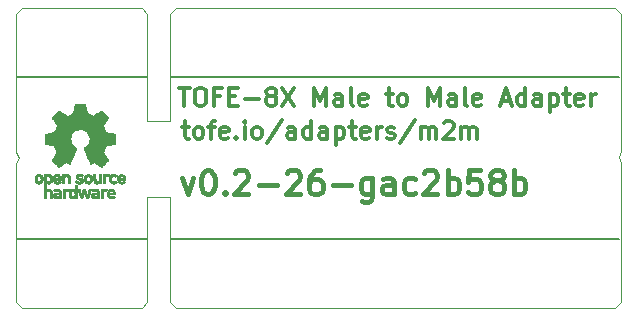
<source format=gto>
G04 #@! TF.FileFunction,Legend,Top*
%FSLAX46Y46*%
G04 Gerber Fmt 4.6, Leading zero omitted, Abs format (unit mm)*
G04 Created by KiCad (PCBNEW 4.0.4+e1-6308~48~ubuntu14.04.1-stable) date Sat Oct 15 18:13:20 2016*
%MOMM*%
%LPD*%
G01*
G04 APERTURE LIST*
%ADD10C,0.350000*%
%ADD11C,0.100000*%
%ADD12C,0.300000*%
%ADD13C,0.400000*%
%ADD14C,0.200000*%
%ADD15C,0.010000*%
G04 APERTURE END LIST*
D10*
D11*
X148500000Y-88575000D02*
X148500000Y-76900000D01*
X148800000Y-89075000D02*
X148500000Y-89575000D01*
X148500000Y-88575000D02*
X148800000Y-89075000D01*
D12*
X162592857Y-86478571D02*
X163164286Y-86478571D01*
X162807143Y-85978571D02*
X162807143Y-87264286D01*
X162878571Y-87407143D01*
X163021429Y-87478571D01*
X163164286Y-87478571D01*
X163878572Y-87478571D02*
X163735714Y-87407143D01*
X163664286Y-87335714D01*
X163592857Y-87192857D01*
X163592857Y-86764286D01*
X163664286Y-86621429D01*
X163735714Y-86550000D01*
X163878572Y-86478571D01*
X164092857Y-86478571D01*
X164235714Y-86550000D01*
X164307143Y-86621429D01*
X164378572Y-86764286D01*
X164378572Y-87192857D01*
X164307143Y-87335714D01*
X164235714Y-87407143D01*
X164092857Y-87478571D01*
X163878572Y-87478571D01*
X164807143Y-86478571D02*
X165378572Y-86478571D01*
X165021429Y-87478571D02*
X165021429Y-86192857D01*
X165092857Y-86050000D01*
X165235715Y-85978571D01*
X165378572Y-85978571D01*
X166450000Y-87407143D02*
X166307143Y-87478571D01*
X166021429Y-87478571D01*
X165878572Y-87407143D01*
X165807143Y-87264286D01*
X165807143Y-86692857D01*
X165878572Y-86550000D01*
X166021429Y-86478571D01*
X166307143Y-86478571D01*
X166450000Y-86550000D01*
X166521429Y-86692857D01*
X166521429Y-86835714D01*
X165807143Y-86978571D01*
X167164286Y-87335714D02*
X167235714Y-87407143D01*
X167164286Y-87478571D01*
X167092857Y-87407143D01*
X167164286Y-87335714D01*
X167164286Y-87478571D01*
X167878572Y-87478571D02*
X167878572Y-86478571D01*
X167878572Y-85978571D02*
X167807143Y-86050000D01*
X167878572Y-86121429D01*
X167950000Y-86050000D01*
X167878572Y-85978571D01*
X167878572Y-86121429D01*
X168807144Y-87478571D02*
X168664286Y-87407143D01*
X168592858Y-87335714D01*
X168521429Y-87192857D01*
X168521429Y-86764286D01*
X168592858Y-86621429D01*
X168664286Y-86550000D01*
X168807144Y-86478571D01*
X169021429Y-86478571D01*
X169164286Y-86550000D01*
X169235715Y-86621429D01*
X169307144Y-86764286D01*
X169307144Y-87192857D01*
X169235715Y-87335714D01*
X169164286Y-87407143D01*
X169021429Y-87478571D01*
X168807144Y-87478571D01*
X171021429Y-85907143D02*
X169735715Y-87835714D01*
X172164287Y-87478571D02*
X172164287Y-86692857D01*
X172092858Y-86550000D01*
X171950001Y-86478571D01*
X171664287Y-86478571D01*
X171521430Y-86550000D01*
X172164287Y-87407143D02*
X172021430Y-87478571D01*
X171664287Y-87478571D01*
X171521430Y-87407143D01*
X171450001Y-87264286D01*
X171450001Y-87121429D01*
X171521430Y-86978571D01*
X171664287Y-86907143D01*
X172021430Y-86907143D01*
X172164287Y-86835714D01*
X173521430Y-87478571D02*
X173521430Y-85978571D01*
X173521430Y-87407143D02*
X173378573Y-87478571D01*
X173092859Y-87478571D01*
X172950001Y-87407143D01*
X172878573Y-87335714D01*
X172807144Y-87192857D01*
X172807144Y-86764286D01*
X172878573Y-86621429D01*
X172950001Y-86550000D01*
X173092859Y-86478571D01*
X173378573Y-86478571D01*
X173521430Y-86550000D01*
X174878573Y-87478571D02*
X174878573Y-86692857D01*
X174807144Y-86550000D01*
X174664287Y-86478571D01*
X174378573Y-86478571D01*
X174235716Y-86550000D01*
X174878573Y-87407143D02*
X174735716Y-87478571D01*
X174378573Y-87478571D01*
X174235716Y-87407143D01*
X174164287Y-87264286D01*
X174164287Y-87121429D01*
X174235716Y-86978571D01*
X174378573Y-86907143D01*
X174735716Y-86907143D01*
X174878573Y-86835714D01*
X175592859Y-86478571D02*
X175592859Y-87978571D01*
X175592859Y-86550000D02*
X175735716Y-86478571D01*
X176021430Y-86478571D01*
X176164287Y-86550000D01*
X176235716Y-86621429D01*
X176307145Y-86764286D01*
X176307145Y-87192857D01*
X176235716Y-87335714D01*
X176164287Y-87407143D01*
X176021430Y-87478571D01*
X175735716Y-87478571D01*
X175592859Y-87407143D01*
X176735716Y-86478571D02*
X177307145Y-86478571D01*
X176950002Y-85978571D02*
X176950002Y-87264286D01*
X177021430Y-87407143D01*
X177164288Y-87478571D01*
X177307145Y-87478571D01*
X178378573Y-87407143D02*
X178235716Y-87478571D01*
X177950002Y-87478571D01*
X177807145Y-87407143D01*
X177735716Y-87264286D01*
X177735716Y-86692857D01*
X177807145Y-86550000D01*
X177950002Y-86478571D01*
X178235716Y-86478571D01*
X178378573Y-86550000D01*
X178450002Y-86692857D01*
X178450002Y-86835714D01*
X177735716Y-86978571D01*
X179092859Y-87478571D02*
X179092859Y-86478571D01*
X179092859Y-86764286D02*
X179164287Y-86621429D01*
X179235716Y-86550000D01*
X179378573Y-86478571D01*
X179521430Y-86478571D01*
X179950001Y-87407143D02*
X180092858Y-87478571D01*
X180378573Y-87478571D01*
X180521430Y-87407143D01*
X180592858Y-87264286D01*
X180592858Y-87192857D01*
X180521430Y-87050000D01*
X180378573Y-86978571D01*
X180164287Y-86978571D01*
X180021430Y-86907143D01*
X179950001Y-86764286D01*
X179950001Y-86692857D01*
X180021430Y-86550000D01*
X180164287Y-86478571D01*
X180378573Y-86478571D01*
X180521430Y-86550000D01*
X182307144Y-85907143D02*
X181021430Y-87835714D01*
X182807145Y-87478571D02*
X182807145Y-86478571D01*
X182807145Y-86621429D02*
X182878573Y-86550000D01*
X183021431Y-86478571D01*
X183235716Y-86478571D01*
X183378573Y-86550000D01*
X183450002Y-86692857D01*
X183450002Y-87478571D01*
X183450002Y-86692857D02*
X183521431Y-86550000D01*
X183664288Y-86478571D01*
X183878573Y-86478571D01*
X184021431Y-86550000D01*
X184092859Y-86692857D01*
X184092859Y-87478571D01*
X184735716Y-86121429D02*
X184807145Y-86050000D01*
X184950002Y-85978571D01*
X185307145Y-85978571D01*
X185450002Y-86050000D01*
X185521431Y-86121429D01*
X185592859Y-86264286D01*
X185592859Y-86407143D01*
X185521431Y-86621429D01*
X184664288Y-87478571D01*
X185592859Y-87478571D01*
X186235716Y-87478571D02*
X186235716Y-86478571D01*
X186235716Y-86621429D02*
X186307144Y-86550000D01*
X186450002Y-86478571D01*
X186664287Y-86478571D01*
X186807144Y-86550000D01*
X186878573Y-86692857D01*
X186878573Y-87478571D01*
X186878573Y-86692857D02*
X186950002Y-86550000D01*
X187092859Y-86478571D01*
X187307144Y-86478571D01*
X187450002Y-86550000D01*
X187521430Y-86692857D01*
X187521430Y-87478571D01*
D11*
X199550000Y-89050000D02*
X199750000Y-88550000D01*
X199750000Y-89550000D02*
X199550000Y-89050000D01*
X199750000Y-88550000D02*
X199750000Y-76900000D01*
X199250000Y-101800000D02*
X199750000Y-101300000D01*
X162050000Y-101800000D02*
X161550000Y-101300000D01*
X159150000Y-101800000D02*
X159650000Y-101300000D01*
X149000000Y-101800000D02*
X148500000Y-101300000D01*
X199750000Y-76900000D02*
X199250000Y-76400000D01*
X159650000Y-76900000D02*
X159150000Y-76400000D01*
X161550000Y-76900000D02*
X162050000Y-76400000D01*
X148500000Y-76900000D02*
X149000000Y-76400000D01*
D13*
X162585714Y-90821429D02*
X163061905Y-92154762D01*
X163538095Y-90821429D01*
X164680953Y-90154762D02*
X164871429Y-90154762D01*
X165061905Y-90250000D01*
X165157143Y-90345238D01*
X165252381Y-90535714D01*
X165347620Y-90916667D01*
X165347620Y-91392857D01*
X165252381Y-91773810D01*
X165157143Y-91964286D01*
X165061905Y-92059524D01*
X164871429Y-92154762D01*
X164680953Y-92154762D01*
X164490477Y-92059524D01*
X164395239Y-91964286D01*
X164300000Y-91773810D01*
X164204762Y-91392857D01*
X164204762Y-90916667D01*
X164300000Y-90535714D01*
X164395239Y-90345238D01*
X164490477Y-90250000D01*
X164680953Y-90154762D01*
X166204762Y-91964286D02*
X166300001Y-92059524D01*
X166204762Y-92154762D01*
X166109524Y-92059524D01*
X166204762Y-91964286D01*
X166204762Y-92154762D01*
X167061905Y-90345238D02*
X167157143Y-90250000D01*
X167347620Y-90154762D01*
X167823810Y-90154762D01*
X168014286Y-90250000D01*
X168109524Y-90345238D01*
X168204763Y-90535714D01*
X168204763Y-90726190D01*
X168109524Y-91011905D01*
X166966667Y-92154762D01*
X168204763Y-92154762D01*
X169061905Y-91392857D02*
X170585715Y-91392857D01*
X171442857Y-90345238D02*
X171538095Y-90250000D01*
X171728572Y-90154762D01*
X172204762Y-90154762D01*
X172395238Y-90250000D01*
X172490476Y-90345238D01*
X172585715Y-90535714D01*
X172585715Y-90726190D01*
X172490476Y-91011905D01*
X171347619Y-92154762D01*
X172585715Y-92154762D01*
X174300000Y-90154762D02*
X173919048Y-90154762D01*
X173728572Y-90250000D01*
X173633334Y-90345238D01*
X173442857Y-90630952D01*
X173347619Y-91011905D01*
X173347619Y-91773810D01*
X173442857Y-91964286D01*
X173538096Y-92059524D01*
X173728572Y-92154762D01*
X174109524Y-92154762D01*
X174300000Y-92059524D01*
X174395238Y-91964286D01*
X174490477Y-91773810D01*
X174490477Y-91297619D01*
X174395238Y-91107143D01*
X174300000Y-91011905D01*
X174109524Y-90916667D01*
X173728572Y-90916667D01*
X173538096Y-91011905D01*
X173442857Y-91107143D01*
X173347619Y-91297619D01*
X175347619Y-91392857D02*
X176871429Y-91392857D01*
X178680952Y-90821429D02*
X178680952Y-92440476D01*
X178585714Y-92630952D01*
X178490476Y-92726190D01*
X178300000Y-92821429D01*
X178014286Y-92821429D01*
X177823809Y-92726190D01*
X178680952Y-92059524D02*
X178490476Y-92154762D01*
X178109524Y-92154762D01*
X177919048Y-92059524D01*
X177823809Y-91964286D01*
X177728571Y-91773810D01*
X177728571Y-91202381D01*
X177823809Y-91011905D01*
X177919048Y-90916667D01*
X178109524Y-90821429D01*
X178490476Y-90821429D01*
X178680952Y-90916667D01*
X180490476Y-92154762D02*
X180490476Y-91107143D01*
X180395238Y-90916667D01*
X180204762Y-90821429D01*
X179823810Y-90821429D01*
X179633333Y-90916667D01*
X180490476Y-92059524D02*
X180300000Y-92154762D01*
X179823810Y-92154762D01*
X179633333Y-92059524D01*
X179538095Y-91869048D01*
X179538095Y-91678571D01*
X179633333Y-91488095D01*
X179823810Y-91392857D01*
X180300000Y-91392857D01*
X180490476Y-91297619D01*
X182300000Y-92059524D02*
X182109524Y-92154762D01*
X181728572Y-92154762D01*
X181538096Y-92059524D01*
X181442857Y-91964286D01*
X181347619Y-91773810D01*
X181347619Y-91202381D01*
X181442857Y-91011905D01*
X181538096Y-90916667D01*
X181728572Y-90821429D01*
X182109524Y-90821429D01*
X182300000Y-90916667D01*
X183061905Y-90345238D02*
X183157143Y-90250000D01*
X183347620Y-90154762D01*
X183823810Y-90154762D01*
X184014286Y-90250000D01*
X184109524Y-90345238D01*
X184204763Y-90535714D01*
X184204763Y-90726190D01*
X184109524Y-91011905D01*
X182966667Y-92154762D01*
X184204763Y-92154762D01*
X185061905Y-92154762D02*
X185061905Y-90154762D01*
X185061905Y-90916667D02*
X185252382Y-90821429D01*
X185633334Y-90821429D01*
X185823810Y-90916667D01*
X185919048Y-91011905D01*
X186014286Y-91202381D01*
X186014286Y-91773810D01*
X185919048Y-91964286D01*
X185823810Y-92059524D01*
X185633334Y-92154762D01*
X185252382Y-92154762D01*
X185061905Y-92059524D01*
X187823810Y-90154762D02*
X186871429Y-90154762D01*
X186776191Y-91107143D01*
X186871429Y-91011905D01*
X187061906Y-90916667D01*
X187538096Y-90916667D01*
X187728572Y-91011905D01*
X187823810Y-91107143D01*
X187919049Y-91297619D01*
X187919049Y-91773810D01*
X187823810Y-91964286D01*
X187728572Y-92059524D01*
X187538096Y-92154762D01*
X187061906Y-92154762D01*
X186871429Y-92059524D01*
X186776191Y-91964286D01*
X189061906Y-91011905D02*
X188871430Y-90916667D01*
X188776191Y-90821429D01*
X188680953Y-90630952D01*
X188680953Y-90535714D01*
X188776191Y-90345238D01*
X188871430Y-90250000D01*
X189061906Y-90154762D01*
X189442858Y-90154762D01*
X189633334Y-90250000D01*
X189728572Y-90345238D01*
X189823811Y-90535714D01*
X189823811Y-90630952D01*
X189728572Y-90821429D01*
X189633334Y-90916667D01*
X189442858Y-91011905D01*
X189061906Y-91011905D01*
X188871430Y-91107143D01*
X188776191Y-91202381D01*
X188680953Y-91392857D01*
X188680953Y-91773810D01*
X188776191Y-91964286D01*
X188871430Y-92059524D01*
X189061906Y-92154762D01*
X189442858Y-92154762D01*
X189633334Y-92059524D01*
X189728572Y-91964286D01*
X189823811Y-91773810D01*
X189823811Y-91392857D01*
X189728572Y-91202381D01*
X189633334Y-91107143D01*
X189442858Y-91011905D01*
X190680953Y-92154762D02*
X190680953Y-90154762D01*
X190680953Y-90916667D02*
X190871430Y-90821429D01*
X191252382Y-90821429D01*
X191442858Y-90916667D01*
X191538096Y-91011905D01*
X191633334Y-91202381D01*
X191633334Y-91773810D01*
X191538096Y-91964286D01*
X191442858Y-92059524D01*
X191252382Y-92154762D01*
X190871430Y-92154762D01*
X190680953Y-92059524D01*
D11*
X159650000Y-92400000D02*
X161550000Y-92400000D01*
X159650000Y-85950000D02*
X161550000Y-85950000D01*
X162050000Y-101800000D02*
X199250000Y-101800000D01*
X161550000Y-92400000D02*
X161550000Y-101300000D01*
X159650000Y-101300000D02*
X159650000Y-92400000D01*
X149000000Y-101800000D02*
X159150000Y-101800000D01*
X148500000Y-89575000D02*
X148500000Y-101300000D01*
X159150000Y-76400000D02*
X149000000Y-76400000D01*
X159650000Y-85950000D02*
X159650000Y-76900000D01*
X161550000Y-76900000D02*
X161550000Y-85950000D01*
X199250000Y-76400000D02*
X162050000Y-76400000D01*
X199750000Y-101300000D02*
X199750000Y-89550000D01*
D14*
X199611000Y-82225620D02*
X161611000Y-82225620D01*
X159611000Y-82225620D02*
X148611000Y-82225620D01*
X199611000Y-95976000D02*
X161611000Y-95976000D01*
X159611000Y-95976000D02*
X148611000Y-95976000D01*
D15*
G36*
X151388360Y-90477468D02*
X151423592Y-90494874D01*
X151467040Y-90525206D01*
X151498706Y-90558283D01*
X151520394Y-90599817D01*
X151533903Y-90655522D01*
X151541038Y-90731111D01*
X151543600Y-90832296D01*
X151543750Y-90875797D01*
X151543312Y-90971135D01*
X151541496Y-91039271D01*
X151537545Y-91086418D01*
X151530702Y-91118790D01*
X151520211Y-91142600D01*
X151509296Y-91158843D01*
X151439619Y-91227952D01*
X151357566Y-91269521D01*
X151269050Y-91282023D01*
X151179981Y-91263934D01*
X151151763Y-91251142D01*
X151084210Y-91215931D01*
X151084210Y-91767700D01*
X151133512Y-91742205D01*
X151198473Y-91722480D01*
X151278320Y-91717427D01*
X151358052Y-91726756D01*
X151418265Y-91747714D01*
X151468208Y-91787627D01*
X151510881Y-91844741D01*
X151514090Y-91850605D01*
X151527622Y-91878227D01*
X151537505Y-91906068D01*
X151544309Y-91939794D01*
X151548601Y-91985071D01*
X151550951Y-92047562D01*
X151551928Y-92132935D01*
X151552105Y-92229010D01*
X151552105Y-92535526D01*
X151368289Y-92535526D01*
X151368289Y-91970339D01*
X151316875Y-91927077D01*
X151263466Y-91892472D01*
X151212888Y-91886180D01*
X151162030Y-91902372D01*
X151134925Y-91918227D01*
X151114751Y-91940810D01*
X151100403Y-91974940D01*
X151090776Y-92025434D01*
X151084763Y-92097111D01*
X151081260Y-92194788D01*
X151080026Y-92259802D01*
X151075855Y-92527171D01*
X150988125Y-92532222D01*
X150900394Y-92537273D01*
X150900394Y-90878101D01*
X151084210Y-90878101D01*
X151088896Y-90970600D01*
X151104688Y-91034809D01*
X151134183Y-91074759D01*
X151179980Y-91094480D01*
X151226250Y-91098421D01*
X151278628Y-91093892D01*
X151313390Y-91076069D01*
X151335128Y-91052519D01*
X151352240Y-91027189D01*
X151362427Y-90998969D01*
X151366960Y-90959431D01*
X151367109Y-90900142D01*
X151365584Y-90850498D01*
X151362081Y-90775710D01*
X151356867Y-90726611D01*
X151348087Y-90695467D01*
X151333886Y-90674545D01*
X151320484Y-90662452D01*
X151264487Y-90636081D01*
X151198211Y-90631822D01*
X151160156Y-90640906D01*
X151122477Y-90673196D01*
X151097519Y-90736006D01*
X151085422Y-90828894D01*
X151084210Y-90878101D01*
X150900394Y-90878101D01*
X150900394Y-90463421D01*
X150992302Y-90463421D01*
X151047483Y-90465603D01*
X151075952Y-90473351D01*
X151084206Y-90488468D01*
X151084210Y-90488916D01*
X151088040Y-90503720D01*
X151104933Y-90502039D01*
X151138519Y-90485772D01*
X151216778Y-90460887D01*
X151304827Y-90458271D01*
X151388360Y-90477468D01*
X151388360Y-90477468D01*
G37*
X151388360Y-90477468D02*
X151423592Y-90494874D01*
X151467040Y-90525206D01*
X151498706Y-90558283D01*
X151520394Y-90599817D01*
X151533903Y-90655522D01*
X151541038Y-90731111D01*
X151543600Y-90832296D01*
X151543750Y-90875797D01*
X151543312Y-90971135D01*
X151541496Y-91039271D01*
X151537545Y-91086418D01*
X151530702Y-91118790D01*
X151520211Y-91142600D01*
X151509296Y-91158843D01*
X151439619Y-91227952D01*
X151357566Y-91269521D01*
X151269050Y-91282023D01*
X151179981Y-91263934D01*
X151151763Y-91251142D01*
X151084210Y-91215931D01*
X151084210Y-91767700D01*
X151133512Y-91742205D01*
X151198473Y-91722480D01*
X151278320Y-91717427D01*
X151358052Y-91726756D01*
X151418265Y-91747714D01*
X151468208Y-91787627D01*
X151510881Y-91844741D01*
X151514090Y-91850605D01*
X151527622Y-91878227D01*
X151537505Y-91906068D01*
X151544309Y-91939794D01*
X151548601Y-91985071D01*
X151550951Y-92047562D01*
X151551928Y-92132935D01*
X151552105Y-92229010D01*
X151552105Y-92535526D01*
X151368289Y-92535526D01*
X151368289Y-91970339D01*
X151316875Y-91927077D01*
X151263466Y-91892472D01*
X151212888Y-91886180D01*
X151162030Y-91902372D01*
X151134925Y-91918227D01*
X151114751Y-91940810D01*
X151100403Y-91974940D01*
X151090776Y-92025434D01*
X151084763Y-92097111D01*
X151081260Y-92194788D01*
X151080026Y-92259802D01*
X151075855Y-92527171D01*
X150988125Y-92532222D01*
X150900394Y-92537273D01*
X150900394Y-90878101D01*
X151084210Y-90878101D01*
X151088896Y-90970600D01*
X151104688Y-91034809D01*
X151134183Y-91074759D01*
X151179980Y-91094480D01*
X151226250Y-91098421D01*
X151278628Y-91093892D01*
X151313390Y-91076069D01*
X151335128Y-91052519D01*
X151352240Y-91027189D01*
X151362427Y-90998969D01*
X151366960Y-90959431D01*
X151367109Y-90900142D01*
X151365584Y-90850498D01*
X151362081Y-90775710D01*
X151356867Y-90726611D01*
X151348087Y-90695467D01*
X151333886Y-90674545D01*
X151320484Y-90662452D01*
X151264487Y-90636081D01*
X151198211Y-90631822D01*
X151160156Y-90640906D01*
X151122477Y-90673196D01*
X151097519Y-90736006D01*
X151085422Y-90828894D01*
X151084210Y-90878101D01*
X150900394Y-90878101D01*
X150900394Y-90463421D01*
X150992302Y-90463421D01*
X151047483Y-90465603D01*
X151075952Y-90473351D01*
X151084206Y-90488468D01*
X151084210Y-90488916D01*
X151088040Y-90503720D01*
X151104933Y-90502039D01*
X151138519Y-90485772D01*
X151216778Y-90460887D01*
X151304827Y-90458271D01*
X151388360Y-90477468D01*
G36*
X152085457Y-91723184D02*
X152164070Y-91744160D01*
X152223916Y-91782180D01*
X152266147Y-91831978D01*
X152279275Y-91853230D01*
X152288968Y-91875492D01*
X152295744Y-91903970D01*
X152300123Y-91943871D01*
X152302624Y-92000401D01*
X152303768Y-92078767D01*
X152304072Y-92184176D01*
X152304078Y-92212142D01*
X152304078Y-92535526D01*
X152223868Y-92535526D01*
X152172706Y-92531943D01*
X152134877Y-92522866D01*
X152125399Y-92517268D01*
X152099488Y-92507606D01*
X152073024Y-92517268D01*
X152029452Y-92529330D01*
X151966160Y-92534185D01*
X151896010Y-92532078D01*
X151831860Y-92523256D01*
X151794407Y-92511937D01*
X151721933Y-92465412D01*
X151676640Y-92400846D01*
X151656278Y-92315000D01*
X151656088Y-92312796D01*
X151657875Y-92274713D01*
X151819473Y-92274713D01*
X151833601Y-92318030D01*
X151856612Y-92342408D01*
X151902804Y-92360845D01*
X151963775Y-92368205D01*
X152025949Y-92364583D01*
X152075751Y-92350074D01*
X152089703Y-92340765D01*
X152114085Y-92297753D01*
X152120263Y-92248857D01*
X152120263Y-92184605D01*
X152027818Y-92184605D01*
X151939995Y-92191366D01*
X151873418Y-92210520D01*
X151832002Y-92240376D01*
X151819473Y-92274713D01*
X151657875Y-92274713D01*
X151660490Y-92219004D01*
X151691424Y-92144847D01*
X151749581Y-92088767D01*
X151757620Y-92083665D01*
X151792163Y-92067055D01*
X151834918Y-92056996D01*
X151894686Y-92052107D01*
X151965690Y-92050983D01*
X152120263Y-92050921D01*
X152120263Y-91986125D01*
X152113706Y-91935850D01*
X152096975Y-91902169D01*
X152095016Y-91900376D01*
X152057783Y-91885642D01*
X152001580Y-91879931D01*
X151939467Y-91882737D01*
X151884510Y-91893556D01*
X151851899Y-91909782D01*
X151834228Y-91922780D01*
X151815569Y-91925262D01*
X151789819Y-91914613D01*
X151750873Y-91888218D01*
X151692630Y-91843465D01*
X151687284Y-91839273D01*
X151690023Y-91823760D01*
X151712876Y-91797960D01*
X151747609Y-91769289D01*
X151785990Y-91745166D01*
X151798048Y-91739470D01*
X151842034Y-91728103D01*
X151906487Y-91719995D01*
X151978497Y-91716743D01*
X151981864Y-91716736D01*
X152085457Y-91723184D01*
X152085457Y-91723184D01*
G37*
X152085457Y-91723184D02*
X152164070Y-91744160D01*
X152223916Y-91782180D01*
X152266147Y-91831978D01*
X152279275Y-91853230D01*
X152288968Y-91875492D01*
X152295744Y-91903970D01*
X152300123Y-91943871D01*
X152302624Y-92000401D01*
X152303768Y-92078767D01*
X152304072Y-92184176D01*
X152304078Y-92212142D01*
X152304078Y-92535526D01*
X152223868Y-92535526D01*
X152172706Y-92531943D01*
X152134877Y-92522866D01*
X152125399Y-92517268D01*
X152099488Y-92507606D01*
X152073024Y-92517268D01*
X152029452Y-92529330D01*
X151966160Y-92534185D01*
X151896010Y-92532078D01*
X151831860Y-92523256D01*
X151794407Y-92511937D01*
X151721933Y-92465412D01*
X151676640Y-92400846D01*
X151656278Y-92315000D01*
X151656088Y-92312796D01*
X151657875Y-92274713D01*
X151819473Y-92274713D01*
X151833601Y-92318030D01*
X151856612Y-92342408D01*
X151902804Y-92360845D01*
X151963775Y-92368205D01*
X152025949Y-92364583D01*
X152075751Y-92350074D01*
X152089703Y-92340765D01*
X152114085Y-92297753D01*
X152120263Y-92248857D01*
X152120263Y-92184605D01*
X152027818Y-92184605D01*
X151939995Y-92191366D01*
X151873418Y-92210520D01*
X151832002Y-92240376D01*
X151819473Y-92274713D01*
X151657875Y-92274713D01*
X151660490Y-92219004D01*
X151691424Y-92144847D01*
X151749581Y-92088767D01*
X151757620Y-92083665D01*
X151792163Y-92067055D01*
X151834918Y-92056996D01*
X151894686Y-92052107D01*
X151965690Y-92050983D01*
X152120263Y-92050921D01*
X152120263Y-91986125D01*
X152113706Y-91935850D01*
X152096975Y-91902169D01*
X152095016Y-91900376D01*
X152057783Y-91885642D01*
X152001580Y-91879931D01*
X151939467Y-91882737D01*
X151884510Y-91893556D01*
X151851899Y-91909782D01*
X151834228Y-91922780D01*
X151815569Y-91925262D01*
X151789819Y-91914613D01*
X151750873Y-91888218D01*
X151692630Y-91843465D01*
X151687284Y-91839273D01*
X151690023Y-91823760D01*
X151712876Y-91797960D01*
X151747609Y-91769289D01*
X151785990Y-91745166D01*
X151798048Y-91739470D01*
X151842034Y-91728103D01*
X151906487Y-91719995D01*
X151978497Y-91716743D01*
X151981864Y-91716736D01*
X152085457Y-91723184D01*
G36*
X152604881Y-91718486D02*
X152629888Y-91725982D01*
X152637950Y-91742451D01*
X152638289Y-91749886D01*
X152639736Y-91770594D01*
X152649698Y-91773845D01*
X152676612Y-91759648D01*
X152692598Y-91749948D01*
X152743033Y-91729175D01*
X152803272Y-91718904D01*
X152866434Y-91718114D01*
X152925637Y-91725786D01*
X152974002Y-91740898D01*
X153004646Y-91762432D01*
X153010689Y-91789366D01*
X153007639Y-91796660D01*
X152985406Y-91826937D01*
X152950930Y-91864175D01*
X152944694Y-91870195D01*
X152911833Y-91897875D01*
X152883480Y-91906818D01*
X152843827Y-91900576D01*
X152827942Y-91896429D01*
X152778509Y-91886467D01*
X152743752Y-91890947D01*
X152714400Y-91906746D01*
X152687513Y-91927949D01*
X152667710Y-91954614D01*
X152653948Y-91991827D01*
X152645184Y-92044673D01*
X152640374Y-92118237D01*
X152638474Y-92217605D01*
X152638289Y-92277601D01*
X152638289Y-92535526D01*
X152471184Y-92535526D01*
X152471184Y-91716710D01*
X152554736Y-91716710D01*
X152604881Y-91718486D01*
X152604881Y-91718486D01*
G37*
X152604881Y-91718486D02*
X152629888Y-91725982D01*
X152637950Y-91742451D01*
X152638289Y-91749886D01*
X152639736Y-91770594D01*
X152649698Y-91773845D01*
X152676612Y-91759648D01*
X152692598Y-91749948D01*
X152743033Y-91729175D01*
X152803272Y-91718904D01*
X152866434Y-91718114D01*
X152925637Y-91725786D01*
X152974002Y-91740898D01*
X153004646Y-91762432D01*
X153010689Y-91789366D01*
X153007639Y-91796660D01*
X152985406Y-91826937D01*
X152950930Y-91864175D01*
X152944694Y-91870195D01*
X152911833Y-91897875D01*
X152883480Y-91906818D01*
X152843827Y-91900576D01*
X152827942Y-91896429D01*
X152778509Y-91886467D01*
X152743752Y-91890947D01*
X152714400Y-91906746D01*
X152687513Y-91927949D01*
X152667710Y-91954614D01*
X152653948Y-91991827D01*
X152645184Y-92044673D01*
X152640374Y-92118237D01*
X152638474Y-92217605D01*
X152638289Y-92277601D01*
X152638289Y-92535526D01*
X152471184Y-92535526D01*
X152471184Y-91716710D01*
X152554736Y-91716710D01*
X152604881Y-91718486D01*
G36*
X153657631Y-92535526D02*
X153565723Y-92535526D01*
X153512377Y-92533962D01*
X153484593Y-92527485D01*
X153474590Y-92513418D01*
X153473815Y-92503906D01*
X153472128Y-92484832D01*
X153461490Y-92481174D01*
X153433535Y-92492932D01*
X153411795Y-92503906D01*
X153328332Y-92529911D01*
X153237604Y-92531416D01*
X153163842Y-92512021D01*
X153095154Y-92465165D01*
X153042794Y-92396004D01*
X153014122Y-92314427D01*
X153013392Y-92309866D01*
X153009132Y-92260101D01*
X153007014Y-92188659D01*
X153007184Y-92134626D01*
X153189720Y-92134626D01*
X153193949Y-92206441D01*
X153203568Y-92265634D01*
X153216590Y-92299060D01*
X153265856Y-92344740D01*
X153324350Y-92361115D01*
X153384671Y-92347873D01*
X153436217Y-92308373D01*
X153455738Y-92281807D01*
X153467152Y-92250106D01*
X153472498Y-92203832D01*
X153473815Y-92134328D01*
X153471458Y-92065499D01*
X153465233Y-92005026D01*
X153456408Y-91964556D01*
X153454937Y-91960929D01*
X153419347Y-91917802D01*
X153367400Y-91894124D01*
X153309278Y-91890301D01*
X153255160Y-91906738D01*
X153215226Y-91943840D01*
X153211083Y-91951222D01*
X153198116Y-91996239D01*
X153191052Y-92060967D01*
X153189720Y-92134626D01*
X153007184Y-92134626D01*
X153007271Y-92107230D01*
X153008472Y-92063405D01*
X153016645Y-91954988D01*
X153033630Y-91873588D01*
X153061887Y-91813412D01*
X153103872Y-91768666D01*
X153144632Y-91742400D01*
X153201581Y-91723935D01*
X153272411Y-91717602D01*
X153344941Y-91722760D01*
X153406986Y-91738769D01*
X153439768Y-91757920D01*
X153473815Y-91788732D01*
X153473815Y-91399210D01*
X153657631Y-91399210D01*
X153657631Y-92535526D01*
X153657631Y-92535526D01*
G37*
X153657631Y-92535526D02*
X153565723Y-92535526D01*
X153512377Y-92533962D01*
X153484593Y-92527485D01*
X153474590Y-92513418D01*
X153473815Y-92503906D01*
X153472128Y-92484832D01*
X153461490Y-92481174D01*
X153433535Y-92492932D01*
X153411795Y-92503906D01*
X153328332Y-92529911D01*
X153237604Y-92531416D01*
X153163842Y-92512021D01*
X153095154Y-92465165D01*
X153042794Y-92396004D01*
X153014122Y-92314427D01*
X153013392Y-92309866D01*
X153009132Y-92260101D01*
X153007014Y-92188659D01*
X153007184Y-92134626D01*
X153189720Y-92134626D01*
X153193949Y-92206441D01*
X153203568Y-92265634D01*
X153216590Y-92299060D01*
X153265856Y-92344740D01*
X153324350Y-92361115D01*
X153384671Y-92347873D01*
X153436217Y-92308373D01*
X153455738Y-92281807D01*
X153467152Y-92250106D01*
X153472498Y-92203832D01*
X153473815Y-92134328D01*
X153471458Y-92065499D01*
X153465233Y-92005026D01*
X153456408Y-91964556D01*
X153454937Y-91960929D01*
X153419347Y-91917802D01*
X153367400Y-91894124D01*
X153309278Y-91890301D01*
X153255160Y-91906738D01*
X153215226Y-91943840D01*
X153211083Y-91951222D01*
X153198116Y-91996239D01*
X153191052Y-92060967D01*
X153189720Y-92134626D01*
X153007184Y-92134626D01*
X153007271Y-92107230D01*
X153008472Y-92063405D01*
X153016645Y-91954988D01*
X153033630Y-91873588D01*
X153061887Y-91813412D01*
X153103872Y-91768666D01*
X153144632Y-91742400D01*
X153201581Y-91723935D01*
X153272411Y-91717602D01*
X153344941Y-91722760D01*
X153406986Y-91738769D01*
X153439768Y-91757920D01*
X153473815Y-91788732D01*
X153473815Y-91399210D01*
X153657631Y-91399210D01*
X153657631Y-92535526D01*
G36*
X154299130Y-91720104D02*
X154365220Y-91725066D01*
X154451626Y-91984079D01*
X154538031Y-92243092D01*
X154565124Y-92151184D01*
X154581428Y-92094384D01*
X154602875Y-92017625D01*
X154626035Y-91933251D01*
X154638280Y-91887993D01*
X154684344Y-91716710D01*
X154874387Y-91716710D01*
X154817582Y-91896349D01*
X154789607Y-91984704D01*
X154755813Y-92091281D01*
X154720520Y-92202454D01*
X154689013Y-92301579D01*
X154617250Y-92527171D01*
X154462286Y-92537253D01*
X154420270Y-92398528D01*
X154394359Y-92312351D01*
X154366083Y-92217347D01*
X154341369Y-92133441D01*
X154340394Y-92130102D01*
X154321935Y-92073248D01*
X154305649Y-92034456D01*
X154294242Y-92019787D01*
X154291898Y-92021483D01*
X154283671Y-92044225D01*
X154268038Y-92092940D01*
X154246904Y-92161502D01*
X154222170Y-92243785D01*
X154208787Y-92289046D01*
X154136311Y-92535526D01*
X153982495Y-92535526D01*
X153859531Y-92147006D01*
X153824988Y-92038022D01*
X153793521Y-91939048D01*
X153766616Y-91854736D01*
X153745759Y-91789734D01*
X153732438Y-91748692D01*
X153728388Y-91736701D01*
X153731594Y-91724423D01*
X153756765Y-91719046D01*
X153809146Y-91719584D01*
X153817345Y-91719990D01*
X153914482Y-91725066D01*
X153978100Y-91959013D01*
X154001484Y-92044333D01*
X154022381Y-92119335D01*
X154038951Y-92177507D01*
X154049354Y-92212337D01*
X154051276Y-92218016D01*
X154059241Y-92211486D01*
X154075304Y-92177654D01*
X154097621Y-92121127D01*
X154124345Y-92046510D01*
X154146937Y-91979107D01*
X154233041Y-91715143D01*
X154299130Y-91720104D01*
X154299130Y-91720104D01*
G37*
X154299130Y-91720104D02*
X154365220Y-91725066D01*
X154451626Y-91984079D01*
X154538031Y-92243092D01*
X154565124Y-92151184D01*
X154581428Y-92094384D01*
X154602875Y-92017625D01*
X154626035Y-91933251D01*
X154638280Y-91887993D01*
X154684344Y-91716710D01*
X154874387Y-91716710D01*
X154817582Y-91896349D01*
X154789607Y-91984704D01*
X154755813Y-92091281D01*
X154720520Y-92202454D01*
X154689013Y-92301579D01*
X154617250Y-92527171D01*
X154462286Y-92537253D01*
X154420270Y-92398528D01*
X154394359Y-92312351D01*
X154366083Y-92217347D01*
X154341369Y-92133441D01*
X154340394Y-92130102D01*
X154321935Y-92073248D01*
X154305649Y-92034456D01*
X154294242Y-92019787D01*
X154291898Y-92021483D01*
X154283671Y-92044225D01*
X154268038Y-92092940D01*
X154246904Y-92161502D01*
X154222170Y-92243785D01*
X154208787Y-92289046D01*
X154136311Y-92535526D01*
X153982495Y-92535526D01*
X153859531Y-92147006D01*
X153824988Y-92038022D01*
X153793521Y-91939048D01*
X153766616Y-91854736D01*
X153745759Y-91789734D01*
X153732438Y-91748692D01*
X153728388Y-91736701D01*
X153731594Y-91724423D01*
X153756765Y-91719046D01*
X153809146Y-91719584D01*
X153817345Y-91719990D01*
X153914482Y-91725066D01*
X153978100Y-91959013D01*
X154001484Y-92044333D01*
X154022381Y-92119335D01*
X154038951Y-92177507D01*
X154049354Y-92212337D01*
X154051276Y-92218016D01*
X154059241Y-92211486D01*
X154075304Y-92177654D01*
X154097621Y-92121127D01*
X154124345Y-92046510D01*
X154146937Y-91979107D01*
X154233041Y-91715143D01*
X154299130Y-91720104D01*
G36*
X155304992Y-91721673D02*
X155375427Y-91738780D01*
X155395787Y-91747844D01*
X155435253Y-91771583D01*
X155465541Y-91798321D01*
X155487952Y-91832699D01*
X155503786Y-91879360D01*
X155514343Y-91942946D01*
X155520924Y-92028099D01*
X155524828Y-92139462D01*
X155526310Y-92213849D01*
X155531765Y-92535526D01*
X155438580Y-92535526D01*
X155382047Y-92533156D01*
X155352922Y-92525055D01*
X155345394Y-92511451D01*
X155341420Y-92496741D01*
X155323652Y-92499554D01*
X155299440Y-92511348D01*
X155238828Y-92529427D01*
X155160929Y-92534299D01*
X155078995Y-92526330D01*
X155006281Y-92505889D01*
X154999759Y-92503051D01*
X154933302Y-92456365D01*
X154889491Y-92391464D01*
X154869332Y-92315600D01*
X154870872Y-92288344D01*
X155035345Y-92288344D01*
X155049837Y-92325024D01*
X155092805Y-92351309D01*
X155162129Y-92365417D01*
X155199177Y-92367290D01*
X155260919Y-92362494D01*
X155301960Y-92343858D01*
X155311973Y-92335000D01*
X155339100Y-92286806D01*
X155345394Y-92243092D01*
X155345394Y-92184605D01*
X155263930Y-92184605D01*
X155169234Y-92189432D01*
X155102813Y-92204613D01*
X155060846Y-92231200D01*
X155051449Y-92243052D01*
X155035345Y-92288344D01*
X154870872Y-92288344D01*
X154873829Y-92236026D01*
X154903985Y-92159995D01*
X154945131Y-92108612D01*
X154970052Y-92086397D01*
X154994448Y-92071798D01*
X155026191Y-92062897D01*
X155073152Y-92057775D01*
X155143204Y-92054515D01*
X155170990Y-92053577D01*
X155345394Y-92047879D01*
X155345138Y-91995091D01*
X155338384Y-91939603D01*
X155313964Y-91906052D01*
X155264630Y-91884618D01*
X155263306Y-91884236D01*
X155193360Y-91875808D01*
X155124914Y-91886816D01*
X155074047Y-91913585D01*
X155053637Y-91926803D01*
X155031654Y-91924974D01*
X154997826Y-91905824D01*
X154977961Y-91892308D01*
X154939106Y-91863432D01*
X154915038Y-91841786D01*
X154911176Y-91835589D01*
X154927079Y-91803519D01*
X154974065Y-91765219D01*
X154994473Y-91752297D01*
X155053143Y-91730041D01*
X155132212Y-91717432D01*
X155220041Y-91714600D01*
X155304992Y-91721673D01*
X155304992Y-91721673D01*
G37*
X155304992Y-91721673D02*
X155375427Y-91738780D01*
X155395787Y-91747844D01*
X155435253Y-91771583D01*
X155465541Y-91798321D01*
X155487952Y-91832699D01*
X155503786Y-91879360D01*
X155514343Y-91942946D01*
X155520924Y-92028099D01*
X155524828Y-92139462D01*
X155526310Y-92213849D01*
X155531765Y-92535526D01*
X155438580Y-92535526D01*
X155382047Y-92533156D01*
X155352922Y-92525055D01*
X155345394Y-92511451D01*
X155341420Y-92496741D01*
X155323652Y-92499554D01*
X155299440Y-92511348D01*
X155238828Y-92529427D01*
X155160929Y-92534299D01*
X155078995Y-92526330D01*
X155006281Y-92505889D01*
X154999759Y-92503051D01*
X154933302Y-92456365D01*
X154889491Y-92391464D01*
X154869332Y-92315600D01*
X154870872Y-92288344D01*
X155035345Y-92288344D01*
X155049837Y-92325024D01*
X155092805Y-92351309D01*
X155162129Y-92365417D01*
X155199177Y-92367290D01*
X155260919Y-92362494D01*
X155301960Y-92343858D01*
X155311973Y-92335000D01*
X155339100Y-92286806D01*
X155345394Y-92243092D01*
X155345394Y-92184605D01*
X155263930Y-92184605D01*
X155169234Y-92189432D01*
X155102813Y-92204613D01*
X155060846Y-92231200D01*
X155051449Y-92243052D01*
X155035345Y-92288344D01*
X154870872Y-92288344D01*
X154873829Y-92236026D01*
X154903985Y-92159995D01*
X154945131Y-92108612D01*
X154970052Y-92086397D01*
X154994448Y-92071798D01*
X155026191Y-92062897D01*
X155073152Y-92057775D01*
X155143204Y-92054515D01*
X155170990Y-92053577D01*
X155345394Y-92047879D01*
X155345138Y-91995091D01*
X155338384Y-91939603D01*
X155313964Y-91906052D01*
X155264630Y-91884618D01*
X155263306Y-91884236D01*
X155193360Y-91875808D01*
X155124914Y-91886816D01*
X155074047Y-91913585D01*
X155053637Y-91926803D01*
X155031654Y-91924974D01*
X154997826Y-91905824D01*
X154977961Y-91892308D01*
X154939106Y-91863432D01*
X154915038Y-91841786D01*
X154911176Y-91835589D01*
X154927079Y-91803519D01*
X154974065Y-91765219D01*
X154994473Y-91752297D01*
X155053143Y-91730041D01*
X155132212Y-91717432D01*
X155220041Y-91714600D01*
X155304992Y-91721673D01*
G36*
X156098167Y-91716447D02*
X156162408Y-91729112D01*
X156198980Y-91747864D01*
X156237453Y-91779017D01*
X156182717Y-91848127D01*
X156148969Y-91889979D01*
X156126053Y-91910398D01*
X156103279Y-91913517D01*
X156069956Y-91903472D01*
X156054314Y-91897789D01*
X155990542Y-91889404D01*
X155932140Y-91907378D01*
X155889264Y-91947982D01*
X155882299Y-91960929D01*
X155874713Y-91995224D01*
X155868859Y-92058427D01*
X155865011Y-92146060D01*
X155863443Y-92253640D01*
X155863421Y-92268944D01*
X155863421Y-92535526D01*
X155679605Y-92535526D01*
X155679605Y-91716710D01*
X155771513Y-91716710D01*
X155824507Y-91718094D01*
X155852115Y-91724252D01*
X155862324Y-91738194D01*
X155863421Y-91751344D01*
X155863421Y-91785978D01*
X155907450Y-91751344D01*
X155957937Y-91727716D01*
X156025760Y-91716033D01*
X156098167Y-91716447D01*
X156098167Y-91716447D01*
G37*
X156098167Y-91716447D02*
X156162408Y-91729112D01*
X156198980Y-91747864D01*
X156237453Y-91779017D01*
X156182717Y-91848127D01*
X156148969Y-91889979D01*
X156126053Y-91910398D01*
X156103279Y-91913517D01*
X156069956Y-91903472D01*
X156054314Y-91897789D01*
X155990542Y-91889404D01*
X155932140Y-91907378D01*
X155889264Y-91947982D01*
X155882299Y-91960929D01*
X155874713Y-91995224D01*
X155868859Y-92058427D01*
X155865011Y-92146060D01*
X155863443Y-92253640D01*
X155863421Y-92268944D01*
X155863421Y-92535526D01*
X155679605Y-92535526D01*
X155679605Y-91716710D01*
X155771513Y-91716710D01*
X155824507Y-91718094D01*
X155852115Y-91724252D01*
X155862324Y-91738194D01*
X155863421Y-91751344D01*
X155863421Y-91785978D01*
X155907450Y-91751344D01*
X155957937Y-91727716D01*
X156025760Y-91716033D01*
X156098167Y-91716447D01*
G36*
X156626193Y-91721078D02*
X156706068Y-91741845D01*
X156772962Y-91784705D01*
X156805351Y-91816723D01*
X156858445Y-91892413D01*
X156888873Y-91980216D01*
X156899327Y-92088150D01*
X156899380Y-92096875D01*
X156899473Y-92184605D01*
X156394534Y-92184605D01*
X156405298Y-92230559D01*
X156424732Y-92272178D01*
X156458745Y-92315544D01*
X156465860Y-92322467D01*
X156527003Y-92359935D01*
X156596729Y-92366289D01*
X156676987Y-92341638D01*
X156690592Y-92335000D01*
X156732319Y-92314819D01*
X156760268Y-92303321D01*
X156765145Y-92302258D01*
X156782168Y-92312583D01*
X156814633Y-92337845D01*
X156831114Y-92351650D01*
X156865264Y-92383361D01*
X156876478Y-92404299D01*
X156868695Y-92423560D01*
X156864535Y-92428827D01*
X156836357Y-92451878D01*
X156789862Y-92479892D01*
X156757434Y-92496246D01*
X156665385Y-92525059D01*
X156563476Y-92534395D01*
X156466963Y-92523332D01*
X156439934Y-92515412D01*
X156356276Y-92470581D01*
X156294266Y-92401598D01*
X156253545Y-92307794D01*
X156233755Y-92188498D01*
X156231582Y-92126118D01*
X156237926Y-92035298D01*
X156398157Y-92035298D01*
X156413655Y-92042012D01*
X156455312Y-92047280D01*
X156515876Y-92050389D01*
X156556907Y-92050921D01*
X156630711Y-92050408D01*
X156677293Y-92048006D01*
X156702848Y-92042422D01*
X156713569Y-92032361D01*
X156715657Y-92017763D01*
X156701331Y-91972796D01*
X156665262Y-91928353D01*
X156617815Y-91894242D01*
X156570349Y-91880288D01*
X156505879Y-91892666D01*
X156450070Y-91928452D01*
X156411374Y-91980033D01*
X156398157Y-92035298D01*
X156237926Y-92035298D01*
X156240821Y-91993866D01*
X156269336Y-91888498D01*
X156317729Y-91809178D01*
X156386604Y-91755071D01*
X156476565Y-91725343D01*
X156525300Y-91719618D01*
X156626193Y-91721078D01*
X156626193Y-91721078D01*
G37*
X156626193Y-91721078D02*
X156706068Y-91741845D01*
X156772962Y-91784705D01*
X156805351Y-91816723D01*
X156858445Y-91892413D01*
X156888873Y-91980216D01*
X156899327Y-92088150D01*
X156899380Y-92096875D01*
X156899473Y-92184605D01*
X156394534Y-92184605D01*
X156405298Y-92230559D01*
X156424732Y-92272178D01*
X156458745Y-92315544D01*
X156465860Y-92322467D01*
X156527003Y-92359935D01*
X156596729Y-92366289D01*
X156676987Y-92341638D01*
X156690592Y-92335000D01*
X156732319Y-92314819D01*
X156760268Y-92303321D01*
X156765145Y-92302258D01*
X156782168Y-92312583D01*
X156814633Y-92337845D01*
X156831114Y-92351650D01*
X156865264Y-92383361D01*
X156876478Y-92404299D01*
X156868695Y-92423560D01*
X156864535Y-92428827D01*
X156836357Y-92451878D01*
X156789862Y-92479892D01*
X156757434Y-92496246D01*
X156665385Y-92525059D01*
X156563476Y-92534395D01*
X156466963Y-92523332D01*
X156439934Y-92515412D01*
X156356276Y-92470581D01*
X156294266Y-92401598D01*
X156253545Y-92307794D01*
X156233755Y-92188498D01*
X156231582Y-92126118D01*
X156237926Y-92035298D01*
X156398157Y-92035298D01*
X156413655Y-92042012D01*
X156455312Y-92047280D01*
X156515876Y-92050389D01*
X156556907Y-92050921D01*
X156630711Y-92050408D01*
X156677293Y-92048006D01*
X156702848Y-92042422D01*
X156713569Y-92032361D01*
X156715657Y-92017763D01*
X156701331Y-91972796D01*
X156665262Y-91928353D01*
X156617815Y-91894242D01*
X156570349Y-91880288D01*
X156505879Y-91892666D01*
X156450070Y-91928452D01*
X156411374Y-91980033D01*
X156398157Y-92035298D01*
X156237926Y-92035298D01*
X156240821Y-91993866D01*
X156269336Y-91888498D01*
X156317729Y-91809178D01*
X156386604Y-91755071D01*
X156476565Y-91725343D01*
X156525300Y-91719618D01*
X156626193Y-91721078D01*
G36*
X150551784Y-90472104D02*
X150639205Y-90510754D01*
X150705570Y-90575290D01*
X150750976Y-90665812D01*
X150775518Y-90782418D01*
X150777277Y-90800624D01*
X150778656Y-90928984D01*
X150760784Y-91041496D01*
X150724750Y-91132688D01*
X150705455Y-91162022D01*
X150638245Y-91224106D01*
X150552650Y-91264316D01*
X150456890Y-91281003D01*
X150359187Y-91272517D01*
X150284917Y-91246380D01*
X150221047Y-91202335D01*
X150168846Y-91144587D01*
X150167943Y-91143236D01*
X150146744Y-91107593D01*
X150132967Y-91071752D01*
X150124624Y-91026519D01*
X150119727Y-90962701D01*
X150117569Y-90910368D01*
X150116671Y-90862910D01*
X150283743Y-90862910D01*
X150285376Y-90910154D01*
X150291304Y-90973046D01*
X150301761Y-91013407D01*
X150320619Y-91042122D01*
X150338281Y-91058896D01*
X150400894Y-91094016D01*
X150466408Y-91098710D01*
X150527421Y-91073440D01*
X150557928Y-91045124D01*
X150579911Y-91016589D01*
X150592769Y-90989284D01*
X150598412Y-90953750D01*
X150598751Y-90900524D01*
X150597012Y-90851506D01*
X150593271Y-90781482D01*
X150587341Y-90736064D01*
X150576653Y-90706440D01*
X150558639Y-90683797D01*
X150544363Y-90670855D01*
X150484651Y-90636860D01*
X150420234Y-90635165D01*
X150366219Y-90655301D01*
X150320140Y-90697352D01*
X150292689Y-90766428D01*
X150283743Y-90862910D01*
X150116671Y-90862910D01*
X150115599Y-90806299D01*
X150118964Y-90728468D01*
X150129045Y-90669930D01*
X150147226Y-90623737D01*
X150174890Y-90582942D01*
X150185146Y-90570828D01*
X150249278Y-90510474D01*
X150318066Y-90475220D01*
X150402189Y-90460450D01*
X150443209Y-90459243D01*
X150551784Y-90472104D01*
X150551784Y-90472104D01*
G37*
X150551784Y-90472104D02*
X150639205Y-90510754D01*
X150705570Y-90575290D01*
X150750976Y-90665812D01*
X150775518Y-90782418D01*
X150777277Y-90800624D01*
X150778656Y-90928984D01*
X150760784Y-91041496D01*
X150724750Y-91132688D01*
X150705455Y-91162022D01*
X150638245Y-91224106D01*
X150552650Y-91264316D01*
X150456890Y-91281003D01*
X150359187Y-91272517D01*
X150284917Y-91246380D01*
X150221047Y-91202335D01*
X150168846Y-91144587D01*
X150167943Y-91143236D01*
X150146744Y-91107593D01*
X150132967Y-91071752D01*
X150124624Y-91026519D01*
X150119727Y-90962701D01*
X150117569Y-90910368D01*
X150116671Y-90862910D01*
X150283743Y-90862910D01*
X150285376Y-90910154D01*
X150291304Y-90973046D01*
X150301761Y-91013407D01*
X150320619Y-91042122D01*
X150338281Y-91058896D01*
X150400894Y-91094016D01*
X150466408Y-91098710D01*
X150527421Y-91073440D01*
X150557928Y-91045124D01*
X150579911Y-91016589D01*
X150592769Y-90989284D01*
X150598412Y-90953750D01*
X150598751Y-90900524D01*
X150597012Y-90851506D01*
X150593271Y-90781482D01*
X150587341Y-90736064D01*
X150576653Y-90706440D01*
X150558639Y-90683797D01*
X150544363Y-90670855D01*
X150484651Y-90636860D01*
X150420234Y-90635165D01*
X150366219Y-90655301D01*
X150320140Y-90697352D01*
X150292689Y-90766428D01*
X150283743Y-90862910D01*
X150116671Y-90862910D01*
X150115599Y-90806299D01*
X150118964Y-90728468D01*
X150129045Y-90669930D01*
X150147226Y-90623737D01*
X150174890Y-90582942D01*
X150185146Y-90570828D01*
X150249278Y-90510474D01*
X150318066Y-90475220D01*
X150402189Y-90460450D01*
X150443209Y-90459243D01*
X150551784Y-90472104D01*
G36*
X152122018Y-90482027D02*
X152138670Y-90489866D01*
X152196305Y-90532086D01*
X152250805Y-90593700D01*
X152291499Y-90661543D01*
X152303074Y-90692734D01*
X152313634Y-90748449D01*
X152319931Y-90815781D01*
X152320696Y-90843585D01*
X152320789Y-90931316D01*
X151815850Y-90931316D01*
X151826613Y-90977270D01*
X151853033Y-91031620D01*
X151899222Y-91078591D01*
X151954172Y-91108848D01*
X151989189Y-91115131D01*
X152036677Y-91107506D01*
X152093335Y-91088383D01*
X152112582Y-91079584D01*
X152183759Y-91044036D01*
X152244502Y-91090367D01*
X152279552Y-91121703D01*
X152298202Y-91147567D01*
X152299147Y-91155158D01*
X152282485Y-91173556D01*
X152245970Y-91201515D01*
X152212828Y-91223327D01*
X152123393Y-91262537D01*
X152023129Y-91280285D01*
X151923754Y-91275670D01*
X151844539Y-91251551D01*
X151762880Y-91199884D01*
X151704849Y-91131856D01*
X151668546Y-91043843D01*
X151652072Y-90932216D01*
X151650611Y-90881138D01*
X151656457Y-90764091D01*
X151657175Y-90760686D01*
X151824489Y-90760686D01*
X151829097Y-90771662D01*
X151848036Y-90777715D01*
X151887098Y-90780310D01*
X151952077Y-90780910D01*
X151977097Y-90780921D01*
X152053221Y-90780014D01*
X152101496Y-90776720D01*
X152127460Y-90770181D01*
X152136648Y-90759537D01*
X152136973Y-90756119D01*
X152126487Y-90728956D01*
X152100242Y-90690903D01*
X152088959Y-90677579D01*
X152047072Y-90639896D01*
X152003409Y-90625080D01*
X151979885Y-90623842D01*
X151916243Y-90639329D01*
X151862873Y-90680930D01*
X151829019Y-90741353D01*
X151828419Y-90743322D01*
X151824489Y-90760686D01*
X151657175Y-90760686D01*
X151675899Y-90671928D01*
X151710922Y-90598190D01*
X151753756Y-90545848D01*
X151832948Y-90489092D01*
X151926040Y-90458762D01*
X152025055Y-90456021D01*
X152122018Y-90482027D01*
X152122018Y-90482027D01*
G37*
X152122018Y-90482027D02*
X152138670Y-90489866D01*
X152196305Y-90532086D01*
X152250805Y-90593700D01*
X152291499Y-90661543D01*
X152303074Y-90692734D01*
X152313634Y-90748449D01*
X152319931Y-90815781D01*
X152320696Y-90843585D01*
X152320789Y-90931316D01*
X151815850Y-90931316D01*
X151826613Y-90977270D01*
X151853033Y-91031620D01*
X151899222Y-91078591D01*
X151954172Y-91108848D01*
X151989189Y-91115131D01*
X152036677Y-91107506D01*
X152093335Y-91088383D01*
X152112582Y-91079584D01*
X152183759Y-91044036D01*
X152244502Y-91090367D01*
X152279552Y-91121703D01*
X152298202Y-91147567D01*
X152299147Y-91155158D01*
X152282485Y-91173556D01*
X152245970Y-91201515D01*
X152212828Y-91223327D01*
X152123393Y-91262537D01*
X152023129Y-91280285D01*
X151923754Y-91275670D01*
X151844539Y-91251551D01*
X151762880Y-91199884D01*
X151704849Y-91131856D01*
X151668546Y-91043843D01*
X151652072Y-90932216D01*
X151650611Y-90881138D01*
X151656457Y-90764091D01*
X151657175Y-90760686D01*
X151824489Y-90760686D01*
X151829097Y-90771662D01*
X151848036Y-90777715D01*
X151887098Y-90780310D01*
X151952077Y-90780910D01*
X151977097Y-90780921D01*
X152053221Y-90780014D01*
X152101496Y-90776720D01*
X152127460Y-90770181D01*
X152136648Y-90759537D01*
X152136973Y-90756119D01*
X152126487Y-90728956D01*
X152100242Y-90690903D01*
X152088959Y-90677579D01*
X152047072Y-90639896D01*
X152003409Y-90625080D01*
X151979885Y-90623842D01*
X151916243Y-90639329D01*
X151862873Y-90680930D01*
X151829019Y-90741353D01*
X151828419Y-90743322D01*
X151824489Y-90760686D01*
X151657175Y-90760686D01*
X151675899Y-90671928D01*
X151710922Y-90598190D01*
X151753756Y-90545848D01*
X151832948Y-90489092D01*
X151926040Y-90458762D01*
X152025055Y-90456021D01*
X152122018Y-90482027D01*
G36*
X153943628Y-90460547D02*
X154006908Y-90472548D01*
X154072557Y-90497648D01*
X154079572Y-90500848D01*
X154129356Y-90527026D01*
X154163834Y-90551353D01*
X154174978Y-90566937D01*
X154164366Y-90592353D01*
X154138588Y-90629853D01*
X154127146Y-90643852D01*
X154079992Y-90698954D01*
X154019201Y-90663086D01*
X153961347Y-90639192D01*
X153894500Y-90626420D01*
X153830394Y-90625613D01*
X153780764Y-90637615D01*
X153768854Y-90645105D01*
X153746172Y-90679450D01*
X153743416Y-90719013D01*
X153760388Y-90749920D01*
X153770427Y-90755913D01*
X153800510Y-90763357D01*
X153853389Y-90772106D01*
X153918575Y-90780467D01*
X153930600Y-90781778D01*
X154035297Y-90799888D01*
X154111232Y-90830651D01*
X154161592Y-90876907D01*
X154189564Y-90941497D01*
X154198278Y-91020387D01*
X154186240Y-91110065D01*
X154147151Y-91180486D01*
X154080855Y-91231777D01*
X153987194Y-91264067D01*
X153883223Y-91276807D01*
X153798438Y-91276654D01*
X153729665Y-91265083D01*
X153682697Y-91249109D01*
X153623350Y-91221275D01*
X153568506Y-91188973D01*
X153549013Y-91174755D01*
X153498881Y-91133835D01*
X153619803Y-91011477D01*
X153688543Y-91056967D01*
X153757488Y-91091133D01*
X153831111Y-91109004D01*
X153901883Y-91110889D01*
X153962274Y-91097101D01*
X154004757Y-91067949D01*
X154018474Y-91043352D01*
X154016417Y-91003904D01*
X153982330Y-90973737D01*
X153916308Y-90952906D01*
X153843974Y-90943279D01*
X153732652Y-90924910D01*
X153649952Y-90890254D01*
X153594765Y-90838297D01*
X153565988Y-90768023D01*
X153562001Y-90684707D01*
X153581693Y-90597681D01*
X153626589Y-90531902D01*
X153697091Y-90487068D01*
X153793601Y-90462879D01*
X153865100Y-90458137D01*
X153943628Y-90460547D01*
X153943628Y-90460547D01*
G37*
X153943628Y-90460547D02*
X154006908Y-90472548D01*
X154072557Y-90497648D01*
X154079572Y-90500848D01*
X154129356Y-90527026D01*
X154163834Y-90551353D01*
X154174978Y-90566937D01*
X154164366Y-90592353D01*
X154138588Y-90629853D01*
X154127146Y-90643852D01*
X154079992Y-90698954D01*
X154019201Y-90663086D01*
X153961347Y-90639192D01*
X153894500Y-90626420D01*
X153830394Y-90625613D01*
X153780764Y-90637615D01*
X153768854Y-90645105D01*
X153746172Y-90679450D01*
X153743416Y-90719013D01*
X153760388Y-90749920D01*
X153770427Y-90755913D01*
X153800510Y-90763357D01*
X153853389Y-90772106D01*
X153918575Y-90780467D01*
X153930600Y-90781778D01*
X154035297Y-90799888D01*
X154111232Y-90830651D01*
X154161592Y-90876907D01*
X154189564Y-90941497D01*
X154198278Y-91020387D01*
X154186240Y-91110065D01*
X154147151Y-91180486D01*
X154080855Y-91231777D01*
X153987194Y-91264067D01*
X153883223Y-91276807D01*
X153798438Y-91276654D01*
X153729665Y-91265083D01*
X153682697Y-91249109D01*
X153623350Y-91221275D01*
X153568506Y-91188973D01*
X153549013Y-91174755D01*
X153498881Y-91133835D01*
X153619803Y-91011477D01*
X153688543Y-91056967D01*
X153757488Y-91091133D01*
X153831111Y-91109004D01*
X153901883Y-91110889D01*
X153962274Y-91097101D01*
X154004757Y-91067949D01*
X154018474Y-91043352D01*
X154016417Y-91003904D01*
X153982330Y-90973737D01*
X153916308Y-90952906D01*
X153843974Y-90943279D01*
X153732652Y-90924910D01*
X153649952Y-90890254D01*
X153594765Y-90838297D01*
X153565988Y-90768023D01*
X153562001Y-90684707D01*
X153581693Y-90597681D01*
X153626589Y-90531902D01*
X153697091Y-90487068D01*
X153793601Y-90462879D01*
X153865100Y-90458137D01*
X153943628Y-90460547D01*
G36*
X154736669Y-90473310D02*
X154821192Y-90519340D01*
X154887321Y-90592006D01*
X154918478Y-90651106D01*
X154931855Y-90703305D01*
X154940522Y-90777719D01*
X154944237Y-90863442D01*
X154942754Y-90949569D01*
X154935831Y-91025193D01*
X154927745Y-91065584D01*
X154900465Y-91120840D01*
X154853220Y-91179530D01*
X154796282Y-91230852D01*
X154739924Y-91264005D01*
X154738550Y-91264531D01*
X154668616Y-91279018D01*
X154585737Y-91279377D01*
X154506977Y-91266188D01*
X154476566Y-91255617D01*
X154398239Y-91211201D01*
X154342143Y-91153007D01*
X154305286Y-91075965D01*
X154284680Y-90975001D01*
X154280018Y-90922116D01*
X154280613Y-90855663D01*
X154459736Y-90855663D01*
X154465770Y-90952630D01*
X154483138Y-91026523D01*
X154510740Y-91073736D01*
X154530404Y-91087237D01*
X154580787Y-91096651D01*
X154640673Y-91093864D01*
X154692449Y-91080316D01*
X154706027Y-91072862D01*
X154741849Y-91029451D01*
X154765493Y-90963014D01*
X154775558Y-90882161D01*
X154770642Y-90795502D01*
X154759655Y-90743349D01*
X154728109Y-90682951D01*
X154678311Y-90645197D01*
X154618337Y-90632143D01*
X154556264Y-90645849D01*
X154508582Y-90679372D01*
X154483525Y-90707031D01*
X154468900Y-90734294D01*
X154461929Y-90771190D01*
X154459833Y-90827750D01*
X154459736Y-90855663D01*
X154280613Y-90855663D01*
X154281282Y-90780994D01*
X154304265Y-90665271D01*
X154348972Y-90574941D01*
X154415405Y-90510000D01*
X154503565Y-90470445D01*
X154522495Y-90465858D01*
X154636266Y-90455090D01*
X154736669Y-90473310D01*
X154736669Y-90473310D01*
G37*
X154736669Y-90473310D02*
X154821192Y-90519340D01*
X154887321Y-90592006D01*
X154918478Y-90651106D01*
X154931855Y-90703305D01*
X154940522Y-90777719D01*
X154944237Y-90863442D01*
X154942754Y-90949569D01*
X154935831Y-91025193D01*
X154927745Y-91065584D01*
X154900465Y-91120840D01*
X154853220Y-91179530D01*
X154796282Y-91230852D01*
X154739924Y-91264005D01*
X154738550Y-91264531D01*
X154668616Y-91279018D01*
X154585737Y-91279377D01*
X154506977Y-91266188D01*
X154476566Y-91255617D01*
X154398239Y-91211201D01*
X154342143Y-91153007D01*
X154305286Y-91075965D01*
X154284680Y-90975001D01*
X154280018Y-90922116D01*
X154280613Y-90855663D01*
X154459736Y-90855663D01*
X154465770Y-90952630D01*
X154483138Y-91026523D01*
X154510740Y-91073736D01*
X154530404Y-91087237D01*
X154580787Y-91096651D01*
X154640673Y-91093864D01*
X154692449Y-91080316D01*
X154706027Y-91072862D01*
X154741849Y-91029451D01*
X154765493Y-90963014D01*
X154775558Y-90882161D01*
X154770642Y-90795502D01*
X154759655Y-90743349D01*
X154728109Y-90682951D01*
X154678311Y-90645197D01*
X154618337Y-90632143D01*
X154556264Y-90645849D01*
X154508582Y-90679372D01*
X154483525Y-90707031D01*
X154468900Y-90734294D01*
X154461929Y-90771190D01*
X154459833Y-90827750D01*
X154459736Y-90855663D01*
X154280613Y-90855663D01*
X154281282Y-90780994D01*
X154304265Y-90665271D01*
X154348972Y-90574941D01*
X154415405Y-90510000D01*
X154503565Y-90470445D01*
X154522495Y-90465858D01*
X154636266Y-90455090D01*
X154736669Y-90473310D01*
G36*
X155245131Y-90723533D02*
X155246710Y-90846089D01*
X155252481Y-90939179D01*
X155263991Y-91006651D01*
X155282790Y-91052355D01*
X155310426Y-91080139D01*
X155348448Y-91093854D01*
X155395526Y-91097358D01*
X155444832Y-91093432D01*
X155482283Y-91079089D01*
X155509428Y-91050478D01*
X155527815Y-91003751D01*
X155538993Y-90935058D01*
X155544511Y-90840550D01*
X155545921Y-90723533D01*
X155545921Y-90463421D01*
X155729736Y-90463421D01*
X155729736Y-91265526D01*
X155637828Y-91265526D01*
X155582422Y-91263281D01*
X155553891Y-91255396D01*
X155545921Y-91240428D01*
X155541120Y-91227097D01*
X155522014Y-91229917D01*
X155483504Y-91248783D01*
X155395239Y-91277887D01*
X155301623Y-91275825D01*
X155211921Y-91244221D01*
X155169204Y-91219257D01*
X155136621Y-91192226D01*
X155112817Y-91158405D01*
X155096439Y-91113068D01*
X155086131Y-91051489D01*
X155080541Y-90968943D01*
X155078312Y-90860705D01*
X155078026Y-90777004D01*
X155078026Y-90463421D01*
X155245131Y-90463421D01*
X155245131Y-90723533D01*
X155245131Y-90723533D01*
G37*
X155245131Y-90723533D02*
X155246710Y-90846089D01*
X155252481Y-90939179D01*
X155263991Y-91006651D01*
X155282790Y-91052355D01*
X155310426Y-91080139D01*
X155348448Y-91093854D01*
X155395526Y-91097358D01*
X155444832Y-91093432D01*
X155482283Y-91079089D01*
X155509428Y-91050478D01*
X155527815Y-91003751D01*
X155538993Y-90935058D01*
X155544511Y-90840550D01*
X155545921Y-90723533D01*
X155545921Y-90463421D01*
X155729736Y-90463421D01*
X155729736Y-91265526D01*
X155637828Y-91265526D01*
X155582422Y-91263281D01*
X155553891Y-91255396D01*
X155545921Y-91240428D01*
X155541120Y-91227097D01*
X155522014Y-91229917D01*
X155483504Y-91248783D01*
X155395239Y-91277887D01*
X155301623Y-91275825D01*
X155211921Y-91244221D01*
X155169204Y-91219257D01*
X155136621Y-91192226D01*
X155112817Y-91158405D01*
X155096439Y-91113068D01*
X155086131Y-91051489D01*
X155080541Y-90968943D01*
X155078312Y-90860705D01*
X155078026Y-90777004D01*
X155078026Y-90463421D01*
X155245131Y-90463421D01*
X155245131Y-90723533D01*
G36*
X156871576Y-90470419D02*
X156968395Y-90511549D01*
X156998890Y-90531571D01*
X157037865Y-90562340D01*
X157062331Y-90586533D01*
X157066578Y-90594413D01*
X157054584Y-90611899D01*
X157023887Y-90641570D01*
X156999312Y-90662279D01*
X156932046Y-90716336D01*
X156878930Y-90671642D01*
X156837884Y-90642789D01*
X156797863Y-90632829D01*
X156752059Y-90635261D01*
X156679324Y-90653345D01*
X156629256Y-90690881D01*
X156598829Y-90751562D01*
X156585017Y-90839081D01*
X156585013Y-90839136D01*
X156586208Y-90936958D01*
X156604772Y-91008730D01*
X156641804Y-91057595D01*
X156667050Y-91074143D01*
X156734097Y-91094749D01*
X156805709Y-91094762D01*
X156868015Y-91074768D01*
X156882763Y-91065000D01*
X156919750Y-91040047D01*
X156948668Y-91035958D01*
X156979856Y-91054530D01*
X157014336Y-91087887D01*
X157068912Y-91144196D01*
X157008318Y-91194142D01*
X156914698Y-91250513D01*
X156809125Y-91278293D01*
X156698798Y-91276282D01*
X156626343Y-91257862D01*
X156541656Y-91212310D01*
X156473927Y-91140650D01*
X156443157Y-91090066D01*
X156418236Y-91017488D01*
X156405766Y-90925569D01*
X156405670Y-90825948D01*
X156417870Y-90730267D01*
X156442290Y-90650169D01*
X156446136Y-90641956D01*
X156503093Y-90561413D01*
X156580209Y-90502771D01*
X156671390Y-90467247D01*
X156770543Y-90456057D01*
X156871576Y-90470419D01*
X156871576Y-90470419D01*
G37*
X156871576Y-90470419D02*
X156968395Y-90511549D01*
X156998890Y-90531571D01*
X157037865Y-90562340D01*
X157062331Y-90586533D01*
X157066578Y-90594413D01*
X157054584Y-90611899D01*
X157023887Y-90641570D01*
X156999312Y-90662279D01*
X156932046Y-90716336D01*
X156878930Y-90671642D01*
X156837884Y-90642789D01*
X156797863Y-90632829D01*
X156752059Y-90635261D01*
X156679324Y-90653345D01*
X156629256Y-90690881D01*
X156598829Y-90751562D01*
X156585017Y-90839081D01*
X156585013Y-90839136D01*
X156586208Y-90936958D01*
X156604772Y-91008730D01*
X156641804Y-91057595D01*
X156667050Y-91074143D01*
X156734097Y-91094749D01*
X156805709Y-91094762D01*
X156868015Y-91074768D01*
X156882763Y-91065000D01*
X156919750Y-91040047D01*
X156948668Y-91035958D01*
X156979856Y-91054530D01*
X157014336Y-91087887D01*
X157068912Y-91144196D01*
X157008318Y-91194142D01*
X156914698Y-91250513D01*
X156809125Y-91278293D01*
X156698798Y-91276282D01*
X156626343Y-91257862D01*
X156541656Y-91212310D01*
X156473927Y-91140650D01*
X156443157Y-91090066D01*
X156418236Y-91017488D01*
X156405766Y-90925569D01*
X156405670Y-90825948D01*
X156417870Y-90730267D01*
X156442290Y-90650169D01*
X156446136Y-90641956D01*
X156503093Y-90561413D01*
X156580209Y-90502771D01*
X156671390Y-90467247D01*
X156770543Y-90456057D01*
X156871576Y-90470419D01*
G36*
X157483784Y-90460554D02*
X157526574Y-90470949D01*
X157608609Y-90509013D01*
X157678757Y-90567149D01*
X157727305Y-90636852D01*
X157733975Y-90652502D01*
X157743124Y-90693496D01*
X157749529Y-90754138D01*
X157751710Y-90815430D01*
X157751710Y-90931316D01*
X157509407Y-90931316D01*
X157409471Y-90931693D01*
X157339069Y-90933987D01*
X157294313Y-90939938D01*
X157271315Y-90951285D01*
X157266189Y-90969771D01*
X157275048Y-90997136D01*
X157290917Y-91029155D01*
X157335184Y-91082592D01*
X157396699Y-91109215D01*
X157471885Y-91108347D01*
X157557053Y-91079371D01*
X157630659Y-91043611D01*
X157691734Y-91091904D01*
X157752810Y-91140197D01*
X157695351Y-91193285D01*
X157618641Y-91243445D01*
X157524302Y-91273688D01*
X157422827Y-91282151D01*
X157324711Y-91266974D01*
X157308881Y-91261824D01*
X157222647Y-91216791D01*
X157158501Y-91149652D01*
X157115091Y-91058405D01*
X157091064Y-90941044D01*
X157090784Y-90938529D01*
X157088633Y-90810627D01*
X157097329Y-90764997D01*
X157267105Y-90764997D01*
X157282697Y-90772013D01*
X157325029Y-90777388D01*
X157387434Y-90780457D01*
X157426981Y-90780921D01*
X157500728Y-90780630D01*
X157546840Y-90778783D01*
X157571100Y-90773912D01*
X157579294Y-90764555D01*
X157577206Y-90749245D01*
X157575455Y-90743322D01*
X157545560Y-90687668D01*
X157498542Y-90642815D01*
X157457049Y-90623105D01*
X157401926Y-90624295D01*
X157346068Y-90648875D01*
X157299212Y-90689570D01*
X157271094Y-90739108D01*
X157267105Y-90764997D01*
X157097329Y-90764997D01*
X157110074Y-90698133D01*
X157152611Y-90603727D01*
X157213747Y-90530088D01*
X157290985Y-90479893D01*
X157381830Y-90455822D01*
X157483784Y-90460554D01*
X157483784Y-90460554D01*
G37*
X157483784Y-90460554D02*
X157526574Y-90470949D01*
X157608609Y-90509013D01*
X157678757Y-90567149D01*
X157727305Y-90636852D01*
X157733975Y-90652502D01*
X157743124Y-90693496D01*
X157749529Y-90754138D01*
X157751710Y-90815430D01*
X157751710Y-90931316D01*
X157509407Y-90931316D01*
X157409471Y-90931693D01*
X157339069Y-90933987D01*
X157294313Y-90939938D01*
X157271315Y-90951285D01*
X157266189Y-90969771D01*
X157275048Y-90997136D01*
X157290917Y-91029155D01*
X157335184Y-91082592D01*
X157396699Y-91109215D01*
X157471885Y-91108347D01*
X157557053Y-91079371D01*
X157630659Y-91043611D01*
X157691734Y-91091904D01*
X157752810Y-91140197D01*
X157695351Y-91193285D01*
X157618641Y-91243445D01*
X157524302Y-91273688D01*
X157422827Y-91282151D01*
X157324711Y-91266974D01*
X157308881Y-91261824D01*
X157222647Y-91216791D01*
X157158501Y-91149652D01*
X157115091Y-91058405D01*
X157091064Y-90941044D01*
X157090784Y-90938529D01*
X157088633Y-90810627D01*
X157097329Y-90764997D01*
X157267105Y-90764997D01*
X157282697Y-90772013D01*
X157325029Y-90777388D01*
X157387434Y-90780457D01*
X157426981Y-90780921D01*
X157500728Y-90780630D01*
X157546840Y-90778783D01*
X157571100Y-90773912D01*
X157579294Y-90764555D01*
X157577206Y-90749245D01*
X157575455Y-90743322D01*
X157545560Y-90687668D01*
X157498542Y-90642815D01*
X157457049Y-90623105D01*
X157401926Y-90624295D01*
X157346068Y-90648875D01*
X157299212Y-90689570D01*
X157271094Y-90739108D01*
X157267105Y-90764997D01*
X157097329Y-90764997D01*
X157110074Y-90698133D01*
X157152611Y-90603727D01*
X157213747Y-90530088D01*
X157290985Y-90479893D01*
X157381830Y-90455822D01*
X157483784Y-90460554D01*
G36*
X152922957Y-90477226D02*
X152964546Y-90497090D01*
X153004825Y-90525784D01*
X153035510Y-90558809D01*
X153057861Y-90600931D01*
X153073136Y-90656915D01*
X153082592Y-90731528D01*
X153087487Y-90829535D01*
X153089081Y-90955702D01*
X153089106Y-90968914D01*
X153089473Y-91265526D01*
X152905657Y-91265526D01*
X152905657Y-90992081D01*
X152905527Y-90890777D01*
X152904621Y-90817353D01*
X152902173Y-90766271D01*
X152897414Y-90731990D01*
X152889574Y-90708971D01*
X152877885Y-90691673D01*
X152861602Y-90674581D01*
X152804634Y-90637857D01*
X152742445Y-90631042D01*
X152683199Y-90654261D01*
X152662595Y-90671543D01*
X152647470Y-90687791D01*
X152636610Y-90705191D01*
X152629310Y-90729212D01*
X152624863Y-90765322D01*
X152622564Y-90818988D01*
X152621704Y-90895680D01*
X152621578Y-90989043D01*
X152621578Y-91265526D01*
X152437763Y-91265526D01*
X152437763Y-90463421D01*
X152529671Y-90463421D01*
X152584851Y-90465603D01*
X152613320Y-90473351D01*
X152621575Y-90488468D01*
X152621578Y-90488916D01*
X152625408Y-90503720D01*
X152642301Y-90502040D01*
X152675888Y-90485773D01*
X152752063Y-90461840D01*
X152839200Y-90459178D01*
X152922957Y-90477226D01*
X152922957Y-90477226D01*
G37*
X152922957Y-90477226D02*
X152964546Y-90497090D01*
X153004825Y-90525784D01*
X153035510Y-90558809D01*
X153057861Y-90600931D01*
X153073136Y-90656915D01*
X153082592Y-90731528D01*
X153087487Y-90829535D01*
X153089081Y-90955702D01*
X153089106Y-90968914D01*
X153089473Y-91265526D01*
X152905657Y-91265526D01*
X152905657Y-90992081D01*
X152905527Y-90890777D01*
X152904621Y-90817353D01*
X152902173Y-90766271D01*
X152897414Y-90731990D01*
X152889574Y-90708971D01*
X152877885Y-90691673D01*
X152861602Y-90674581D01*
X152804634Y-90637857D01*
X152742445Y-90631042D01*
X152683199Y-90654261D01*
X152662595Y-90671543D01*
X152647470Y-90687791D01*
X152636610Y-90705191D01*
X152629310Y-90729212D01*
X152624863Y-90765322D01*
X152622564Y-90818988D01*
X152621704Y-90895680D01*
X152621578Y-90989043D01*
X152621578Y-91265526D01*
X152437763Y-91265526D01*
X152437763Y-90463421D01*
X152529671Y-90463421D01*
X152584851Y-90465603D01*
X152613320Y-90473351D01*
X152621575Y-90488468D01*
X152621578Y-90488916D01*
X152625408Y-90503720D01*
X152642301Y-90502040D01*
X152675888Y-90485773D01*
X152752063Y-90461840D01*
X152839200Y-90459178D01*
X152922957Y-90477226D01*
G36*
X156316388Y-90462645D02*
X156373865Y-90480206D01*
X156410872Y-90502395D01*
X156422927Y-90519942D01*
X156419609Y-90540742D01*
X156398079Y-90573419D01*
X156379874Y-90596562D01*
X156342344Y-90638402D01*
X156314148Y-90656005D01*
X156290111Y-90654856D01*
X156218808Y-90636710D01*
X156166442Y-90637534D01*
X156123918Y-90658098D01*
X156109642Y-90670134D01*
X156063947Y-90712483D01*
X156063947Y-91265526D01*
X155880131Y-91265526D01*
X155880131Y-90463421D01*
X155972039Y-90463421D01*
X156027219Y-90465603D01*
X156055688Y-90473351D01*
X156063943Y-90488468D01*
X156063947Y-90488916D01*
X156067845Y-90504749D01*
X156085474Y-90502684D01*
X156109901Y-90491261D01*
X156160350Y-90470005D01*
X156201316Y-90457216D01*
X156254028Y-90453938D01*
X156316388Y-90462645D01*
X156316388Y-90462645D01*
G37*
X156316388Y-90462645D02*
X156373865Y-90480206D01*
X156410872Y-90502395D01*
X156422927Y-90519942D01*
X156419609Y-90540742D01*
X156398079Y-90573419D01*
X156379874Y-90596562D01*
X156342344Y-90638402D01*
X156314148Y-90656005D01*
X156290111Y-90654856D01*
X156218808Y-90636710D01*
X156166442Y-90637534D01*
X156123918Y-90658098D01*
X156109642Y-90670134D01*
X156063947Y-90712483D01*
X156063947Y-91265526D01*
X155880131Y-91265526D01*
X155880131Y-90463421D01*
X155972039Y-90463421D01*
X156027219Y-90465603D01*
X156055688Y-90473351D01*
X156063943Y-90488468D01*
X156063947Y-90488916D01*
X156067845Y-90504749D01*
X156085474Y-90502684D01*
X156109901Y-90491261D01*
X156160350Y-90470005D01*
X156201316Y-90457216D01*
X156254028Y-90453938D01*
X156316388Y-90462645D01*
G36*
X154425964Y-84923576D02*
X154501513Y-85324322D01*
X155059041Y-85554154D01*
X155393465Y-85326748D01*
X155487122Y-85263431D01*
X155571782Y-85206896D01*
X155643495Y-85159727D01*
X155698311Y-85124502D01*
X155732280Y-85103805D01*
X155741530Y-85099342D01*
X155758195Y-85110820D01*
X155793806Y-85142551D01*
X155844371Y-85190483D01*
X155905900Y-85250562D01*
X155974399Y-85318733D01*
X156045879Y-85390945D01*
X156116347Y-85463142D01*
X156181811Y-85531273D01*
X156238280Y-85591283D01*
X156281763Y-85639119D01*
X156308268Y-85670727D01*
X156314605Y-85681305D01*
X156305486Y-85700806D01*
X156279920Y-85743531D01*
X156240597Y-85805298D01*
X156190203Y-85881931D01*
X156131427Y-85969248D01*
X156097368Y-86019052D01*
X156035289Y-86109993D01*
X155980126Y-86192059D01*
X155934554Y-86261163D01*
X155901250Y-86313222D01*
X155882890Y-86344150D01*
X155880131Y-86350650D01*
X155886385Y-86369121D01*
X155903434Y-86412172D01*
X155928703Y-86473749D01*
X155959622Y-86547799D01*
X155993618Y-86628270D01*
X156028118Y-86709107D01*
X156060551Y-86784258D01*
X156088343Y-86847671D01*
X156108923Y-86893293D01*
X156119719Y-86915069D01*
X156120356Y-86915926D01*
X156137307Y-86920084D01*
X156182451Y-86929361D01*
X156251110Y-86942844D01*
X156338602Y-86959621D01*
X156440250Y-86978781D01*
X156499556Y-86989830D01*
X156608172Y-87010510D01*
X156706277Y-87030189D01*
X156788909Y-87047789D01*
X156851104Y-87062233D01*
X156887899Y-87072446D01*
X156895296Y-87075686D01*
X156902540Y-87097617D01*
X156908385Y-87147147D01*
X156912835Y-87218485D01*
X156915893Y-87305839D01*
X156917565Y-87403417D01*
X156917853Y-87505426D01*
X156916761Y-87606075D01*
X156914294Y-87699572D01*
X156910456Y-87780125D01*
X156905250Y-87841942D01*
X156898681Y-87879230D01*
X156894741Y-87886993D01*
X156871188Y-87896298D01*
X156821282Y-87909600D01*
X156751623Y-87925337D01*
X156668813Y-87941946D01*
X156639905Y-87947319D01*
X156500531Y-87972848D01*
X156390436Y-87993408D01*
X156305982Y-88009815D01*
X156243530Y-88022887D01*
X156199444Y-88033441D01*
X156170085Y-88042294D01*
X156151815Y-88050263D01*
X156140998Y-88058165D01*
X156139485Y-88059727D01*
X156124377Y-88084886D01*
X156101329Y-88133850D01*
X156072644Y-88200621D01*
X156040622Y-88279205D01*
X156007565Y-88363607D01*
X155975773Y-88447830D01*
X155947549Y-88525879D01*
X155925193Y-88591759D01*
X155911007Y-88639473D01*
X155907293Y-88663027D01*
X155907602Y-88663852D01*
X155920189Y-88683104D01*
X155948744Y-88725463D01*
X155990267Y-88786521D01*
X156041756Y-88861868D01*
X156100211Y-88947096D01*
X156116858Y-88971315D01*
X156176215Y-89059123D01*
X156228447Y-89139238D01*
X156270708Y-89207062D01*
X156300153Y-89257993D01*
X156313937Y-89287431D01*
X156314605Y-89291048D01*
X156303024Y-89310057D01*
X156271024Y-89347714D01*
X156222718Y-89399973D01*
X156162220Y-89462786D01*
X156093644Y-89532106D01*
X156021104Y-89603885D01*
X155948712Y-89674077D01*
X155880584Y-89738635D01*
X155820832Y-89793510D01*
X155773571Y-89834656D01*
X155742913Y-89858026D01*
X155734432Y-89861842D01*
X155714691Y-89852855D01*
X155674274Y-89828616D01*
X155619763Y-89793209D01*
X155577823Y-89764711D01*
X155501829Y-89712418D01*
X155411834Y-89650845D01*
X155321564Y-89589370D01*
X155273032Y-89556469D01*
X155108762Y-89445359D01*
X154970869Y-89519916D01*
X154908049Y-89552578D01*
X154854629Y-89577966D01*
X154818484Y-89592446D01*
X154809284Y-89594460D01*
X154798221Y-89579584D01*
X154776394Y-89537547D01*
X154745434Y-89472227D01*
X154706970Y-89387500D01*
X154662632Y-89287245D01*
X154614047Y-89175339D01*
X154562846Y-89055659D01*
X154510659Y-88932084D01*
X154459113Y-88808491D01*
X154409840Y-88688757D01*
X154364467Y-88576759D01*
X154324625Y-88476377D01*
X154291942Y-88391486D01*
X154268049Y-88325965D01*
X154254574Y-88283690D01*
X154252406Y-88269172D01*
X154269583Y-88250653D01*
X154307190Y-88220590D01*
X154357366Y-88185232D01*
X154361578Y-88182434D01*
X154491264Y-88078625D01*
X154595834Y-87957515D01*
X154674381Y-87822976D01*
X154725999Y-87678882D01*
X154749782Y-87529105D01*
X154744823Y-87377517D01*
X154710217Y-87227992D01*
X154645057Y-87084400D01*
X154625886Y-87052984D01*
X154526174Y-86926125D01*
X154408377Y-86824255D01*
X154276571Y-86747904D01*
X154134833Y-86697602D01*
X153987242Y-86673879D01*
X153837873Y-86677265D01*
X153690803Y-86708288D01*
X153550111Y-86767480D01*
X153419873Y-86855369D01*
X153379586Y-86891042D01*
X153277055Y-87002706D01*
X153202341Y-87120257D01*
X153151090Y-87252020D01*
X153122546Y-87382507D01*
X153115500Y-87529216D01*
X153138996Y-87676653D01*
X153190649Y-87819834D01*
X153268071Y-87953777D01*
X153368875Y-88073498D01*
X153490676Y-88174014D01*
X153506684Y-88184609D01*
X153557398Y-88219306D01*
X153595950Y-88249370D01*
X153614381Y-88268565D01*
X153614649Y-88269172D01*
X153610692Y-88289936D01*
X153595007Y-88337062D01*
X153569222Y-88406673D01*
X153534969Y-88494893D01*
X153493877Y-88597844D01*
X153447576Y-88711650D01*
X153397696Y-88832435D01*
X153345867Y-88956321D01*
X153293719Y-89079432D01*
X153242882Y-89197891D01*
X153194987Y-89307823D01*
X153151662Y-89405349D01*
X153114538Y-89486593D01*
X153085244Y-89547679D01*
X153065412Y-89584730D01*
X153057426Y-89594460D01*
X153033021Y-89586883D01*
X152987358Y-89566560D01*
X152928310Y-89537125D01*
X152895840Y-89519916D01*
X152757947Y-89445359D01*
X152593677Y-89556469D01*
X152509821Y-89613390D01*
X152418013Y-89676030D01*
X152331980Y-89735011D01*
X152288887Y-89764711D01*
X152228277Y-89805410D01*
X152176955Y-89837663D01*
X152141615Y-89857384D01*
X152130137Y-89861554D01*
X152113430Y-89850307D01*
X152076454Y-89818911D01*
X152022795Y-89770624D01*
X151956038Y-89708708D01*
X151879766Y-89636421D01*
X151831527Y-89590008D01*
X151747133Y-89507087D01*
X151674197Y-89432920D01*
X151615669Y-89370680D01*
X151574497Y-89323541D01*
X151553628Y-89294673D01*
X151551626Y-89288815D01*
X151560917Y-89266532D01*
X151586591Y-89221477D01*
X151625800Y-89158211D01*
X151675697Y-89081295D01*
X151733433Y-88995292D01*
X151749851Y-88971315D01*
X151809677Y-88884170D01*
X151863350Y-88805710D01*
X151907870Y-88740345D01*
X151940235Y-88692484D01*
X151957445Y-88666535D01*
X151959107Y-88663852D01*
X151956621Y-88643172D01*
X151943423Y-88597704D01*
X151921814Y-88533444D01*
X151894096Y-88456387D01*
X151862570Y-88372529D01*
X151829537Y-88287866D01*
X151797299Y-88208392D01*
X151768157Y-88140104D01*
X151744412Y-88088997D01*
X151728365Y-88061067D01*
X151727225Y-88059727D01*
X151717412Y-88051745D01*
X151700839Y-88043851D01*
X151673868Y-88035229D01*
X151632861Y-88025062D01*
X151574180Y-88012531D01*
X151494187Y-87996821D01*
X151389245Y-87977113D01*
X151255715Y-87952592D01*
X151226804Y-87947319D01*
X151141118Y-87930764D01*
X151066418Y-87914569D01*
X151009306Y-87900296D01*
X150976383Y-87889508D01*
X150971969Y-87886993D01*
X150964694Y-87864696D01*
X150958781Y-87814869D01*
X150954234Y-87743304D01*
X150951055Y-87655793D01*
X150949251Y-87558128D01*
X150948823Y-87456101D01*
X150949777Y-87355503D01*
X150952116Y-87262127D01*
X150955844Y-87181765D01*
X150960966Y-87120209D01*
X150967484Y-87083250D01*
X150971414Y-87075686D01*
X150993292Y-87068056D01*
X151043109Y-87055642D01*
X151115903Y-87039522D01*
X151206711Y-87020773D01*
X151310569Y-87000471D01*
X151367154Y-86989830D01*
X151474514Y-86969760D01*
X151570254Y-86951580D01*
X151649694Y-86936199D01*
X151708154Y-86924531D01*
X151740955Y-86917488D01*
X151746354Y-86915926D01*
X151755478Y-86898322D01*
X151774765Y-86855918D01*
X151801645Y-86794772D01*
X151833546Y-86720943D01*
X151867898Y-86640489D01*
X151902129Y-86559468D01*
X151933669Y-86483937D01*
X151959946Y-86419955D01*
X151978389Y-86373580D01*
X151986429Y-86350869D01*
X151986578Y-86349876D01*
X151977465Y-86331961D01*
X151951914Y-86290733D01*
X151912612Y-86230291D01*
X151862243Y-86154731D01*
X151803494Y-86068152D01*
X151769342Y-86018421D01*
X151707110Y-85927236D01*
X151651836Y-85844449D01*
X151606218Y-85774249D01*
X151572952Y-85720824D01*
X151554736Y-85688361D01*
X151552105Y-85681083D01*
X151563414Y-85664145D01*
X151594681Y-85627978D01*
X151641910Y-85576635D01*
X151701108Y-85514167D01*
X151768281Y-85444626D01*
X151839434Y-85372065D01*
X151910574Y-85300535D01*
X151977707Y-85234087D01*
X152036839Y-85176774D01*
X152083975Y-85132647D01*
X152115123Y-85105759D01*
X152125543Y-85099342D01*
X152142509Y-85108365D01*
X152183089Y-85133715D01*
X152243337Y-85172810D01*
X152319307Y-85223071D01*
X152407054Y-85281917D01*
X152473244Y-85326748D01*
X152807668Y-85554154D01*
X153086433Y-85439238D01*
X153365197Y-85324322D01*
X153440746Y-84923576D01*
X153516294Y-84522829D01*
X154350415Y-84522829D01*
X154425964Y-84923576D01*
X154425964Y-84923576D01*
G37*
X154425964Y-84923576D02*
X154501513Y-85324322D01*
X155059041Y-85554154D01*
X155393465Y-85326748D01*
X155487122Y-85263431D01*
X155571782Y-85206896D01*
X155643495Y-85159727D01*
X155698311Y-85124502D01*
X155732280Y-85103805D01*
X155741530Y-85099342D01*
X155758195Y-85110820D01*
X155793806Y-85142551D01*
X155844371Y-85190483D01*
X155905900Y-85250562D01*
X155974399Y-85318733D01*
X156045879Y-85390945D01*
X156116347Y-85463142D01*
X156181811Y-85531273D01*
X156238280Y-85591283D01*
X156281763Y-85639119D01*
X156308268Y-85670727D01*
X156314605Y-85681305D01*
X156305486Y-85700806D01*
X156279920Y-85743531D01*
X156240597Y-85805298D01*
X156190203Y-85881931D01*
X156131427Y-85969248D01*
X156097368Y-86019052D01*
X156035289Y-86109993D01*
X155980126Y-86192059D01*
X155934554Y-86261163D01*
X155901250Y-86313222D01*
X155882890Y-86344150D01*
X155880131Y-86350650D01*
X155886385Y-86369121D01*
X155903434Y-86412172D01*
X155928703Y-86473749D01*
X155959622Y-86547799D01*
X155993618Y-86628270D01*
X156028118Y-86709107D01*
X156060551Y-86784258D01*
X156088343Y-86847671D01*
X156108923Y-86893293D01*
X156119719Y-86915069D01*
X156120356Y-86915926D01*
X156137307Y-86920084D01*
X156182451Y-86929361D01*
X156251110Y-86942844D01*
X156338602Y-86959621D01*
X156440250Y-86978781D01*
X156499556Y-86989830D01*
X156608172Y-87010510D01*
X156706277Y-87030189D01*
X156788909Y-87047789D01*
X156851104Y-87062233D01*
X156887899Y-87072446D01*
X156895296Y-87075686D01*
X156902540Y-87097617D01*
X156908385Y-87147147D01*
X156912835Y-87218485D01*
X156915893Y-87305839D01*
X156917565Y-87403417D01*
X156917853Y-87505426D01*
X156916761Y-87606075D01*
X156914294Y-87699572D01*
X156910456Y-87780125D01*
X156905250Y-87841942D01*
X156898681Y-87879230D01*
X156894741Y-87886993D01*
X156871188Y-87896298D01*
X156821282Y-87909600D01*
X156751623Y-87925337D01*
X156668813Y-87941946D01*
X156639905Y-87947319D01*
X156500531Y-87972848D01*
X156390436Y-87993408D01*
X156305982Y-88009815D01*
X156243530Y-88022887D01*
X156199444Y-88033441D01*
X156170085Y-88042294D01*
X156151815Y-88050263D01*
X156140998Y-88058165D01*
X156139485Y-88059727D01*
X156124377Y-88084886D01*
X156101329Y-88133850D01*
X156072644Y-88200621D01*
X156040622Y-88279205D01*
X156007565Y-88363607D01*
X155975773Y-88447830D01*
X155947549Y-88525879D01*
X155925193Y-88591759D01*
X155911007Y-88639473D01*
X155907293Y-88663027D01*
X155907602Y-88663852D01*
X155920189Y-88683104D01*
X155948744Y-88725463D01*
X155990267Y-88786521D01*
X156041756Y-88861868D01*
X156100211Y-88947096D01*
X156116858Y-88971315D01*
X156176215Y-89059123D01*
X156228447Y-89139238D01*
X156270708Y-89207062D01*
X156300153Y-89257993D01*
X156313937Y-89287431D01*
X156314605Y-89291048D01*
X156303024Y-89310057D01*
X156271024Y-89347714D01*
X156222718Y-89399973D01*
X156162220Y-89462786D01*
X156093644Y-89532106D01*
X156021104Y-89603885D01*
X155948712Y-89674077D01*
X155880584Y-89738635D01*
X155820832Y-89793510D01*
X155773571Y-89834656D01*
X155742913Y-89858026D01*
X155734432Y-89861842D01*
X155714691Y-89852855D01*
X155674274Y-89828616D01*
X155619763Y-89793209D01*
X155577823Y-89764711D01*
X155501829Y-89712418D01*
X155411834Y-89650845D01*
X155321564Y-89589370D01*
X155273032Y-89556469D01*
X155108762Y-89445359D01*
X154970869Y-89519916D01*
X154908049Y-89552578D01*
X154854629Y-89577966D01*
X154818484Y-89592446D01*
X154809284Y-89594460D01*
X154798221Y-89579584D01*
X154776394Y-89537547D01*
X154745434Y-89472227D01*
X154706970Y-89387500D01*
X154662632Y-89287245D01*
X154614047Y-89175339D01*
X154562846Y-89055659D01*
X154510659Y-88932084D01*
X154459113Y-88808491D01*
X154409840Y-88688757D01*
X154364467Y-88576759D01*
X154324625Y-88476377D01*
X154291942Y-88391486D01*
X154268049Y-88325965D01*
X154254574Y-88283690D01*
X154252406Y-88269172D01*
X154269583Y-88250653D01*
X154307190Y-88220590D01*
X154357366Y-88185232D01*
X154361578Y-88182434D01*
X154491264Y-88078625D01*
X154595834Y-87957515D01*
X154674381Y-87822976D01*
X154725999Y-87678882D01*
X154749782Y-87529105D01*
X154744823Y-87377517D01*
X154710217Y-87227992D01*
X154645057Y-87084400D01*
X154625886Y-87052984D01*
X154526174Y-86926125D01*
X154408377Y-86824255D01*
X154276571Y-86747904D01*
X154134833Y-86697602D01*
X153987242Y-86673879D01*
X153837873Y-86677265D01*
X153690803Y-86708288D01*
X153550111Y-86767480D01*
X153419873Y-86855369D01*
X153379586Y-86891042D01*
X153277055Y-87002706D01*
X153202341Y-87120257D01*
X153151090Y-87252020D01*
X153122546Y-87382507D01*
X153115500Y-87529216D01*
X153138996Y-87676653D01*
X153190649Y-87819834D01*
X153268071Y-87953777D01*
X153368875Y-88073498D01*
X153490676Y-88174014D01*
X153506684Y-88184609D01*
X153557398Y-88219306D01*
X153595950Y-88249370D01*
X153614381Y-88268565D01*
X153614649Y-88269172D01*
X153610692Y-88289936D01*
X153595007Y-88337062D01*
X153569222Y-88406673D01*
X153534969Y-88494893D01*
X153493877Y-88597844D01*
X153447576Y-88711650D01*
X153397696Y-88832435D01*
X153345867Y-88956321D01*
X153293719Y-89079432D01*
X153242882Y-89197891D01*
X153194987Y-89307823D01*
X153151662Y-89405349D01*
X153114538Y-89486593D01*
X153085244Y-89547679D01*
X153065412Y-89584730D01*
X153057426Y-89594460D01*
X153033021Y-89586883D01*
X152987358Y-89566560D01*
X152928310Y-89537125D01*
X152895840Y-89519916D01*
X152757947Y-89445359D01*
X152593677Y-89556469D01*
X152509821Y-89613390D01*
X152418013Y-89676030D01*
X152331980Y-89735011D01*
X152288887Y-89764711D01*
X152228277Y-89805410D01*
X152176955Y-89837663D01*
X152141615Y-89857384D01*
X152130137Y-89861554D01*
X152113430Y-89850307D01*
X152076454Y-89818911D01*
X152022795Y-89770624D01*
X151956038Y-89708708D01*
X151879766Y-89636421D01*
X151831527Y-89590008D01*
X151747133Y-89507087D01*
X151674197Y-89432920D01*
X151615669Y-89370680D01*
X151574497Y-89323541D01*
X151553628Y-89294673D01*
X151551626Y-89288815D01*
X151560917Y-89266532D01*
X151586591Y-89221477D01*
X151625800Y-89158211D01*
X151675697Y-89081295D01*
X151733433Y-88995292D01*
X151749851Y-88971315D01*
X151809677Y-88884170D01*
X151863350Y-88805710D01*
X151907870Y-88740345D01*
X151940235Y-88692484D01*
X151957445Y-88666535D01*
X151959107Y-88663852D01*
X151956621Y-88643172D01*
X151943423Y-88597704D01*
X151921814Y-88533444D01*
X151894096Y-88456387D01*
X151862570Y-88372529D01*
X151829537Y-88287866D01*
X151797299Y-88208392D01*
X151768157Y-88140104D01*
X151744412Y-88088997D01*
X151728365Y-88061067D01*
X151727225Y-88059727D01*
X151717412Y-88051745D01*
X151700839Y-88043851D01*
X151673868Y-88035229D01*
X151632861Y-88025062D01*
X151574180Y-88012531D01*
X151494187Y-87996821D01*
X151389245Y-87977113D01*
X151255715Y-87952592D01*
X151226804Y-87947319D01*
X151141118Y-87930764D01*
X151066418Y-87914569D01*
X151009306Y-87900296D01*
X150976383Y-87889508D01*
X150971969Y-87886993D01*
X150964694Y-87864696D01*
X150958781Y-87814869D01*
X150954234Y-87743304D01*
X150951055Y-87655793D01*
X150949251Y-87558128D01*
X150948823Y-87456101D01*
X150949777Y-87355503D01*
X150952116Y-87262127D01*
X150955844Y-87181765D01*
X150960966Y-87120209D01*
X150967484Y-87083250D01*
X150971414Y-87075686D01*
X150993292Y-87068056D01*
X151043109Y-87055642D01*
X151115903Y-87039522D01*
X151206711Y-87020773D01*
X151310569Y-87000471D01*
X151367154Y-86989830D01*
X151474514Y-86969760D01*
X151570254Y-86951580D01*
X151649694Y-86936199D01*
X151708154Y-86924531D01*
X151740955Y-86917488D01*
X151746354Y-86915926D01*
X151755478Y-86898322D01*
X151774765Y-86855918D01*
X151801645Y-86794772D01*
X151833546Y-86720943D01*
X151867898Y-86640489D01*
X151902129Y-86559468D01*
X151933669Y-86483937D01*
X151959946Y-86419955D01*
X151978389Y-86373580D01*
X151986429Y-86350869D01*
X151986578Y-86349876D01*
X151977465Y-86331961D01*
X151951914Y-86290733D01*
X151912612Y-86230291D01*
X151862243Y-86154731D01*
X151803494Y-86068152D01*
X151769342Y-86018421D01*
X151707110Y-85927236D01*
X151651836Y-85844449D01*
X151606218Y-85774249D01*
X151572952Y-85720824D01*
X151554736Y-85688361D01*
X151552105Y-85681083D01*
X151563414Y-85664145D01*
X151594681Y-85627978D01*
X151641910Y-85576635D01*
X151701108Y-85514167D01*
X151768281Y-85444626D01*
X151839434Y-85372065D01*
X151910574Y-85300535D01*
X151977707Y-85234087D01*
X152036839Y-85176774D01*
X152083975Y-85132647D01*
X152115123Y-85105759D01*
X152125543Y-85099342D01*
X152142509Y-85108365D01*
X152183089Y-85133715D01*
X152243337Y-85172810D01*
X152319307Y-85223071D01*
X152407054Y-85281917D01*
X152473244Y-85326748D01*
X152807668Y-85554154D01*
X153086433Y-85439238D01*
X153365197Y-85324322D01*
X153440746Y-84923576D01*
X153516294Y-84522829D01*
X154350415Y-84522829D01*
X154425964Y-84923576D01*
D12*
X162357144Y-83178571D02*
X163214287Y-83178571D01*
X162785716Y-84678571D02*
X162785716Y-83178571D01*
X164000001Y-83178571D02*
X164285715Y-83178571D01*
X164428573Y-83250000D01*
X164571430Y-83392857D01*
X164642858Y-83678571D01*
X164642858Y-84178571D01*
X164571430Y-84464286D01*
X164428573Y-84607143D01*
X164285715Y-84678571D01*
X164000001Y-84678571D01*
X163857144Y-84607143D01*
X163714287Y-84464286D01*
X163642858Y-84178571D01*
X163642858Y-83678571D01*
X163714287Y-83392857D01*
X163857144Y-83250000D01*
X164000001Y-83178571D01*
X165785716Y-83892857D02*
X165285716Y-83892857D01*
X165285716Y-84678571D02*
X165285716Y-83178571D01*
X166000002Y-83178571D01*
X166571430Y-83892857D02*
X167071430Y-83892857D01*
X167285716Y-84678571D02*
X166571430Y-84678571D01*
X166571430Y-83178571D01*
X167285716Y-83178571D01*
X167928573Y-84107143D02*
X169071430Y-84107143D01*
X170000002Y-83821429D02*
X169857144Y-83750000D01*
X169785716Y-83678571D01*
X169714287Y-83535714D01*
X169714287Y-83464286D01*
X169785716Y-83321429D01*
X169857144Y-83250000D01*
X170000002Y-83178571D01*
X170285716Y-83178571D01*
X170428573Y-83250000D01*
X170500002Y-83321429D01*
X170571430Y-83464286D01*
X170571430Y-83535714D01*
X170500002Y-83678571D01*
X170428573Y-83750000D01*
X170285716Y-83821429D01*
X170000002Y-83821429D01*
X169857144Y-83892857D01*
X169785716Y-83964286D01*
X169714287Y-84107143D01*
X169714287Y-84392857D01*
X169785716Y-84535714D01*
X169857144Y-84607143D01*
X170000002Y-84678571D01*
X170285716Y-84678571D01*
X170428573Y-84607143D01*
X170500002Y-84535714D01*
X170571430Y-84392857D01*
X170571430Y-84107143D01*
X170500002Y-83964286D01*
X170428573Y-83892857D01*
X170285716Y-83821429D01*
X171071430Y-83178571D02*
X172071430Y-84678571D01*
X172071430Y-83178571D02*
X171071430Y-84678571D01*
X173785715Y-84678571D02*
X173785715Y-83178571D01*
X174285715Y-84250000D01*
X174785715Y-83178571D01*
X174785715Y-84678571D01*
X176142858Y-84678571D02*
X176142858Y-83892857D01*
X176071429Y-83750000D01*
X175928572Y-83678571D01*
X175642858Y-83678571D01*
X175500001Y-83750000D01*
X176142858Y-84607143D02*
X176000001Y-84678571D01*
X175642858Y-84678571D01*
X175500001Y-84607143D01*
X175428572Y-84464286D01*
X175428572Y-84321429D01*
X175500001Y-84178571D01*
X175642858Y-84107143D01*
X176000001Y-84107143D01*
X176142858Y-84035714D01*
X177071430Y-84678571D02*
X176928572Y-84607143D01*
X176857144Y-84464286D01*
X176857144Y-83178571D01*
X178214286Y-84607143D02*
X178071429Y-84678571D01*
X177785715Y-84678571D01*
X177642858Y-84607143D01*
X177571429Y-84464286D01*
X177571429Y-83892857D01*
X177642858Y-83750000D01*
X177785715Y-83678571D01*
X178071429Y-83678571D01*
X178214286Y-83750000D01*
X178285715Y-83892857D01*
X178285715Y-84035714D01*
X177571429Y-84178571D01*
X179857143Y-83678571D02*
X180428572Y-83678571D01*
X180071429Y-83178571D02*
X180071429Y-84464286D01*
X180142857Y-84607143D01*
X180285715Y-84678571D01*
X180428572Y-84678571D01*
X181142858Y-84678571D02*
X181000000Y-84607143D01*
X180928572Y-84535714D01*
X180857143Y-84392857D01*
X180857143Y-83964286D01*
X180928572Y-83821429D01*
X181000000Y-83750000D01*
X181142858Y-83678571D01*
X181357143Y-83678571D01*
X181500000Y-83750000D01*
X181571429Y-83821429D01*
X181642858Y-83964286D01*
X181642858Y-84392857D01*
X181571429Y-84535714D01*
X181500000Y-84607143D01*
X181357143Y-84678571D01*
X181142858Y-84678571D01*
X183428572Y-84678571D02*
X183428572Y-83178571D01*
X183928572Y-84250000D01*
X184428572Y-83178571D01*
X184428572Y-84678571D01*
X185785715Y-84678571D02*
X185785715Y-83892857D01*
X185714286Y-83750000D01*
X185571429Y-83678571D01*
X185285715Y-83678571D01*
X185142858Y-83750000D01*
X185785715Y-84607143D02*
X185642858Y-84678571D01*
X185285715Y-84678571D01*
X185142858Y-84607143D01*
X185071429Y-84464286D01*
X185071429Y-84321429D01*
X185142858Y-84178571D01*
X185285715Y-84107143D01*
X185642858Y-84107143D01*
X185785715Y-84035714D01*
X186714287Y-84678571D02*
X186571429Y-84607143D01*
X186500001Y-84464286D01*
X186500001Y-83178571D01*
X187857143Y-84607143D02*
X187714286Y-84678571D01*
X187428572Y-84678571D01*
X187285715Y-84607143D01*
X187214286Y-84464286D01*
X187214286Y-83892857D01*
X187285715Y-83750000D01*
X187428572Y-83678571D01*
X187714286Y-83678571D01*
X187857143Y-83750000D01*
X187928572Y-83892857D01*
X187928572Y-84035714D01*
X187214286Y-84178571D01*
X189642857Y-84250000D02*
X190357143Y-84250000D01*
X189500000Y-84678571D02*
X190000000Y-83178571D01*
X190500000Y-84678571D01*
X191642857Y-84678571D02*
X191642857Y-83178571D01*
X191642857Y-84607143D02*
X191500000Y-84678571D01*
X191214286Y-84678571D01*
X191071428Y-84607143D01*
X191000000Y-84535714D01*
X190928571Y-84392857D01*
X190928571Y-83964286D01*
X191000000Y-83821429D01*
X191071428Y-83750000D01*
X191214286Y-83678571D01*
X191500000Y-83678571D01*
X191642857Y-83750000D01*
X193000000Y-84678571D02*
X193000000Y-83892857D01*
X192928571Y-83750000D01*
X192785714Y-83678571D01*
X192500000Y-83678571D01*
X192357143Y-83750000D01*
X193000000Y-84607143D02*
X192857143Y-84678571D01*
X192500000Y-84678571D01*
X192357143Y-84607143D01*
X192285714Y-84464286D01*
X192285714Y-84321429D01*
X192357143Y-84178571D01*
X192500000Y-84107143D01*
X192857143Y-84107143D01*
X193000000Y-84035714D01*
X193714286Y-83678571D02*
X193714286Y-85178571D01*
X193714286Y-83750000D02*
X193857143Y-83678571D01*
X194142857Y-83678571D01*
X194285714Y-83750000D01*
X194357143Y-83821429D01*
X194428572Y-83964286D01*
X194428572Y-84392857D01*
X194357143Y-84535714D01*
X194285714Y-84607143D01*
X194142857Y-84678571D01*
X193857143Y-84678571D01*
X193714286Y-84607143D01*
X194857143Y-83678571D02*
X195428572Y-83678571D01*
X195071429Y-83178571D02*
X195071429Y-84464286D01*
X195142857Y-84607143D01*
X195285715Y-84678571D01*
X195428572Y-84678571D01*
X196500000Y-84607143D02*
X196357143Y-84678571D01*
X196071429Y-84678571D01*
X195928572Y-84607143D01*
X195857143Y-84464286D01*
X195857143Y-83892857D01*
X195928572Y-83750000D01*
X196071429Y-83678571D01*
X196357143Y-83678571D01*
X196500000Y-83750000D01*
X196571429Y-83892857D01*
X196571429Y-84035714D01*
X195857143Y-84178571D01*
X197214286Y-84678571D02*
X197214286Y-83678571D01*
X197214286Y-83964286D02*
X197285714Y-83821429D01*
X197357143Y-83750000D01*
X197500000Y-83678571D01*
X197642857Y-83678571D01*
M02*

</source>
